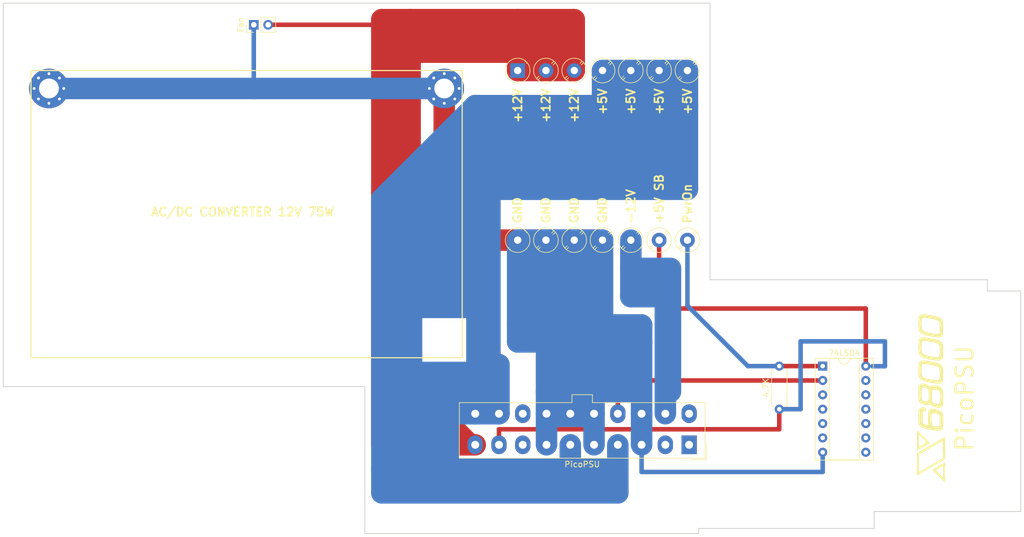
<source format=kicad_pcb>
(kicad_pcb (version 20171130) (host pcbnew "(5.0.0-3-g5ebb6b6)")

  (general
    (thickness 1.6)
    (drawings 34)
    (tracks 119)
    (zones 0)
    (modules 15)
    (nets 1)
  )

  (page A4)
  (layers
    (0 F.Cu signal)
    (31 B.Cu signal)
    (32 B.Adhes user)
    (33 F.Adhes user)
    (34 B.Paste user)
    (35 F.Paste user)
    (36 B.SilkS user)
    (37 F.SilkS user)
    (38 B.Mask user)
    (39 F.Mask user)
    (40 Dwgs.User user)
    (41 Cmts.User user)
    (42 Eco1.User user)
    (43 Eco2.User user)
    (44 Edge.Cuts user)
    (45 Margin user)
    (46 B.CrtYd user)
    (47 F.CrtYd user)
    (48 B.Fab user)
    (49 F.Fab user)
  )

  (setup
    (last_trace_width 0.25)
    (trace_clearance 0.2)
    (zone_clearance 0.508)
    (zone_45_only no)
    (trace_min 0.2)
    (segment_width 0.2)
    (edge_width 0.15)
    (via_size 0.8)
    (via_drill 0.4)
    (via_min_size 0.4)
    (via_min_drill 0.3)
    (uvia_size 0.3)
    (uvia_drill 0.1)
    (uvias_allowed no)
    (uvia_min_size 0.2)
    (uvia_min_drill 0.1)
    (pcb_text_width 0.3)
    (pcb_text_size 1.5 1.5)
    (mod_edge_width 0.15)
    (mod_text_size 1 1)
    (mod_text_width 0.15)
    (pad_size 1.524 1.524)
    (pad_drill 0.762)
    (pad_to_mask_clearance 0.2)
    (aux_axis_origin 0 0)
    (visible_elements FFFFFF7F)
    (pcbplotparams
      (layerselection 0x010ec_ffffffff)
      (usegerberextensions true)
      (usegerberattributes false)
      (usegerberadvancedattributes false)
      (creategerberjobfile false)
      (excludeedgelayer true)
      (linewidth 0.150000)
      (plotframeref false)
      (viasonmask false)
      (mode 1)
      (useauxorigin false)
      (hpglpennumber 1)
      (hpglpenspeed 20)
      (hpglpendiameter 15.000000)
      (psnegative false)
      (psa4output false)
      (plotreference true)
      (plotvalue true)
      (plotinvisibletext false)
      (padsonsilk false)
      (subtractmaskfromsilk false)
      (outputformat 1)
      (mirror false)
      (drillshape 0)
      (scaleselection 1)
      (outputdirectory "../../../Desktop/untitled folder/"))
  )

  (net 0 "")

  (net_class Default "This is the default net class."
    (clearance 0.2)
    (trace_width 0.25)
    (via_dia 0.8)
    (via_drill 0.4)
    (uvia_dia 0.3)
    (uvia_drill 0.1)
  )

  (module MountingHole:MountingHole_2.7mm (layer F.Cu) (tedit 5BB664A1) (tstamp 5BCE5A70)
    (at 233.5 126)
    (descr "Mounting Hole 2.7mm, no annular")
    (tags "mounting hole 2.7mm no annular")
    (attr virtual)
    (fp_text reference REF** (at 0 -3.7) (layer F.SilkS) hide
      (effects (font (size 1 1) (thickness 0.15)))
    )
    (fp_text value MountingHole_2.7mm (at 0 3.7) (layer F.Fab) hide
      (effects (font (size 1 1) (thickness 0.15)))
    )
    (fp_text user %R (at 0.3 0) (layer F.Fab) hide
      (effects (font (size 1 1) (thickness 0.15)))
    )
    (fp_circle (center 0 0) (end 2.7 0) (layer Cmts.User) (width 0.15))
    (fp_circle (center 0 0) (end 2.95 0) (layer F.CrtYd) (width 0.05))
    (pad 1 np_thru_hole circle (at 0 0) (size 2.7 2.7) (drill 2.7) (layers *.Cu *.Mask))
  )

  (module MountingHole:MountingHole_2.7mm (layer F.Cu) (tedit 5BB664A1) (tstamp 5BCE5A70)
    (at 58.5 52.5)
    (descr "Mounting Hole 2.7mm, no annular")
    (tags "mounting hole 2.7mm no annular")
    (attr virtual)
    (fp_text reference REF** (at 0 -3.7) (layer F.SilkS) hide
      (effects (font (size 1 1) (thickness 0.15)))
    )
    (fp_text value MountingHole_2.7mm (at 0 3.7) (layer F.Fab) hide
      (effects (font (size 1 1) (thickness 0.15)))
    )
    (fp_text user %R (at 0.3 0) (layer F.Fab) hide
      (effects (font (size 1 1) (thickness 0.15)))
    )
    (fp_circle (center 0 0) (end 2.7 0) (layer Cmts.User) (width 0.15))
    (fp_circle (center 0 0) (end 2.95 0) (layer F.CrtYd) (width 0.05))
    (pad 1 np_thru_hole circle (at 0 0) (size 2.7 2.7) (drill 2.7) (layers *.Cu *.Mask))
  )

  (module MountingHole:MountingHole_3.5mm_Pad_Via (layer F.Cu) (tedit 5BC94A51) (tstamp 5BD57A10)
    (at 134.025 65.175)
    (descr "Mounting Hole 3.5mm")
    (tags "mounting hole 3.5mm")
    (attr virtual)
    (fp_text reference REF** (at 0 -4.5) (layer F.SilkS) hide
      (effects (font (size 1 1) (thickness 0.15)))
    )
    (fp_text value MountingHole_3.5mm_Pad_Via (at 0 4.5) (layer F.Fab) hide
      (effects (font (size 1 1) (thickness 0.15)))
    )
    (fp_text user %R (at 0.3 0) (layer F.Fab)
      (effects (font (size 1 1) (thickness 0.15)))
    )
    (fp_circle (center 0 0) (end 3.5 0) (layer Cmts.User) (width 0.15))
    (fp_circle (center 0 0) (end 3.75 0) (layer F.CrtYd) (width 0.05))
    (pad 1 thru_hole circle (at 0 0) (size 7 7) (drill 3.5) (layers *.Cu *.Mask))
    (pad 1 thru_hole circle (at 2.625 0) (size 0.8 0.8) (drill 0.5) (layers *.Cu *.Mask))
    (pad 1 thru_hole circle (at 1.856155 1.856155) (size 0.8 0.8) (drill 0.5) (layers *.Cu *.Mask))
    (pad 1 thru_hole circle (at 0 2.625) (size 0.8 0.8) (drill 0.5) (layers *.Cu *.Mask))
    (pad 1 thru_hole circle (at -1.856155 1.856155) (size 0.8 0.8) (drill 0.5) (layers *.Cu *.Mask))
    (pad 1 thru_hole circle (at -2.625 0) (size 0.8 0.8) (drill 0.5) (layers *.Cu *.Mask))
    (pad 1 thru_hole circle (at -1.856155 -1.856155) (size 0.8 0.8) (drill 0.5) (layers *.Cu *.Mask))
    (pad 1 thru_hole circle (at 0 -2.625) (size 0.8 0.8) (drill 0.5) (layers *.Cu *.Mask))
    (pad 1 thru_hole circle (at 1.856155 -1.856155) (size 0.8 0.8) (drill 0.5) (layers *.Cu *.Mask))
  )

  (module MountingHole:MountingHole_3.5mm (layer F.Cu) (tedit 5BC948E8) (tstamp 5BD57685)
    (at 134.025 109.625)
    (descr "Mounting Hole 3.5mm, no annular")
    (tags "mounting hole 3.5mm no annular")
    (attr virtual)
    (fp_text reference REF** (at 0 -4.5) (layer F.SilkS) hide
      (effects (font (size 1 1) (thickness 0.15)))
    )
    (fp_text value MountingHole_3.5mm (at 0 4.5) (layer F.Fab) hide
      (effects (font (size 1 1) (thickness 0.15)))
    )
    (fp_text user %R (at 0.3 0) (layer F.Fab)
      (effects (font (size 1 1) (thickness 0.15)))
    )
    (fp_circle (center 0 0) (end 3.5 0) (layer Cmts.User) (width 0.15))
    (fp_circle (center 0 0) (end 3.75 0) (layer F.CrtYd) (width 0.05))
    (pad 1 np_thru_hole circle (at 0 0) (size 3.5 3.5) (drill 3.5) (layers *.Cu *.Mask))
  )

  (module TerminalBlock_Phoenix:TerminalBlock_Phoenix_PT-1,5-7-5.0-H_1x07_P5.00mm_Matt (layer F.Cu) (tedit 5BB2E068) (tstamp 5BD44F4E)
    (at 147 92)
    (descr "Terminal Block Phoenix PT-1,5-7-5.0-H, 7 pins, pitch 5mm, size 35x9mm^2, drill diamater 1.3mm, pad diameter 2.6mm, see http://www.mouser.com/ds/2/324/ItemDetail_1935161-922578.pdf, script-generated using https://github.com/pointhi/kicad-footprint-generator/scripts/TerminalBlock_Phoenix")
    (tags "THT Terminal Block Phoenix PT-1,5-7-5.0-H pitch 5mm size 35x9mm^2 drill 1.3mm pad 2.6mm")
    (fp_text reference REF** (at 15 -5.06) (layer F.SilkS) hide
      (effects (font (size 1 1) (thickness 0.15)))
    )
    (fp_text value TerminalBlock_Phoenix_PT-1,5-7-5.0-H_1x07_P5.00mm_Matt (at 15 5.06) (layer B.Fab) hide
      (effects (font (size 1 1) (thickness 0.15)) (justify mirror))
    )
    (fp_text user %R (at 15 2.9) (layer F.Fab) hide
      (effects (font (size 1 1) (thickness 0.15)))
    )
    (fp_line (start 33 -4.5) (end -3 -4.5) (layer F.CrtYd) (width 0.05))
    (fp_line (start 33 4.5) (end 33 -4.5) (layer F.CrtYd) (width 0.05))
    (fp_line (start -3 4.5) (end 33 4.5) (layer F.CrtYd) (width 0.05))
    (fp_line (start -3 -4.5) (end -3 4.5) (layer F.CrtYd) (width 0.05))
    (fp_line (start 28.742 0.992) (end 28.347 1.388) (layer F.SilkS) (width 0.12))
    (fp_line (start 31.388 -1.654) (end 31.008 -1.274) (layer F.SilkS) (width 0.12))
    (fp_line (start 28.993 1.274) (end 28.613 1.654) (layer F.SilkS) (width 0.12))
    (fp_line (start 31.654 -1.388) (end 31.259 -0.992) (layer F.SilkS) (width 0.12))
    (fp_line (start 31.273 -1.517) (end 28.484 1.273) (layer F.Fab) (width 0.1))
    (fp_line (start 31.517 -1.273) (end 28.728 1.517) (layer F.Fab) (width 0.1))
    (fp_line (start 23.742 0.992) (end 23.347 1.388) (layer F.SilkS) (width 0.12))
    (fp_line (start 26.388 -1.654) (end 26.008 -1.274) (layer F.SilkS) (width 0.12))
    (fp_line (start 23.993 1.274) (end 23.613 1.654) (layer F.SilkS) (width 0.12))
    (fp_line (start 26.654 -1.388) (end 26.259 -0.992) (layer F.SilkS) (width 0.12))
    (fp_line (start 26.273 -1.517) (end 23.484 1.273) (layer F.Fab) (width 0.1))
    (fp_line (start 26.517 -1.273) (end 23.728 1.517) (layer F.Fab) (width 0.1))
    (fp_line (start 18.742 0.992) (end 18.347 1.388) (layer F.SilkS) (width 0.12))
    (fp_line (start 21.388 -1.654) (end 21.008 -1.274) (layer F.SilkS) (width 0.12))
    (fp_line (start 18.993 1.274) (end 18.613 1.654) (layer F.SilkS) (width 0.12))
    (fp_line (start 21.654 -1.388) (end 21.259 -0.992) (layer F.SilkS) (width 0.12))
    (fp_line (start 21.273 -1.517) (end 18.484 1.273) (layer F.Fab) (width 0.1))
    (fp_line (start 21.517 -1.273) (end 18.728 1.517) (layer F.Fab) (width 0.1))
    (fp_line (start 13.742 0.992) (end 13.347 1.388) (layer F.SilkS) (width 0.12))
    (fp_line (start 16.388 -1.654) (end 16.008 -1.274) (layer F.SilkS) (width 0.12))
    (fp_line (start 13.993 1.274) (end 13.613 1.654) (layer F.SilkS) (width 0.12))
    (fp_line (start 16.654 -1.388) (end 16.259 -0.992) (layer F.SilkS) (width 0.12))
    (fp_line (start 16.273 -1.517) (end 13.484 1.273) (layer F.Fab) (width 0.1))
    (fp_line (start 16.517 -1.273) (end 13.728 1.517) (layer F.Fab) (width 0.1))
    (fp_line (start 8.742 0.992) (end 8.347 1.388) (layer F.SilkS) (width 0.12))
    (fp_line (start 11.388 -1.654) (end 11.008 -1.274) (layer F.SilkS) (width 0.12))
    (fp_line (start 8.993 1.274) (end 8.613 1.654) (layer F.SilkS) (width 0.12))
    (fp_line (start 11.654 -1.388) (end 11.259 -0.992) (layer F.SilkS) (width 0.12))
    (fp_line (start 11.273 -1.517) (end 8.484 1.273) (layer F.Fab) (width 0.1))
    (fp_line (start 11.517 -1.273) (end 8.728 1.517) (layer F.Fab) (width 0.1))
    (fp_line (start 3.742 0.992) (end 3.347 1.388) (layer F.SilkS) (width 0.12))
    (fp_line (start 6.388 -1.654) (end 6.008 -1.274) (layer F.SilkS) (width 0.12))
    (fp_line (start 3.993 1.274) (end 3.613 1.654) (layer F.SilkS) (width 0.12))
    (fp_line (start 6.654 -1.388) (end 6.259 -0.992) (layer F.SilkS) (width 0.12))
    (fp_line (start 6.273 -1.517) (end 3.484 1.273) (layer F.Fab) (width 0.1))
    (fp_line (start 6.517 -1.273) (end 3.728 1.517) (layer F.Fab) (width 0.1))
    (fp_line (start -1.548 1.281) (end -1.654 1.388) (layer F.SilkS) (width 0.12))
    (fp_line (start 1.388 -1.654) (end 1.281 -1.547) (layer F.SilkS) (width 0.12))
    (fp_line (start -1.282 1.547) (end -1.388 1.654) (layer F.SilkS) (width 0.12))
    (fp_line (start 1.654 -1.388) (end 1.547 -1.281) (layer F.SilkS) (width 0.12))
    (fp_line (start 1.273 -1.517) (end -1.517 1.273) (layer F.Fab) (width 0.1))
    (fp_line (start 1.517 -1.273) (end -1.273 1.517) (layer F.Fab) (width 0.1))
    (fp_circle (center 30 0) (end 32.18 0) (layer F.SilkS) (width 0.12))
    (fp_circle (center 30 0) (end 32 0) (layer F.Fab) (width 0.1))
    (fp_circle (center 25 0) (end 27.18 0) (layer F.SilkS) (width 0.12))
    (fp_circle (center 25 0) (end 27 0) (layer F.Fab) (width 0.1))
    (fp_circle (center 20 0) (end 22.18 0) (layer F.SilkS) (width 0.12))
    (fp_circle (center 20 0) (end 22 0) (layer F.Fab) (width 0.1))
    (fp_circle (center 15 0) (end 17.18 0) (layer F.SilkS) (width 0.12))
    (fp_circle (center 15 0) (end 17 0) (layer F.Fab) (width 0.1))
    (fp_circle (center 10 0) (end 12.18 0) (layer F.SilkS) (width 0.12))
    (fp_circle (center 10 0) (end 12 0) (layer F.Fab) (width 0.1))
    (fp_circle (center 5 0) (end 7.18 0) (layer F.SilkS) (width 0.12))
    (fp_circle (center 5 0) (end 7 0) (layer F.Fab) (width 0.1))
    (fp_circle (center 0 0) (end 2.18 0) (layer F.SilkS) (width 0.12))
    (fp_circle (center 0 0) (end 2 0) (layer F.Fab) (width 0.1))
    (pad 7 thru_hole circle (at 30 0) (size 2.6 2.6) (drill 1.3) (layers *.Cu *.Mask))
    (pad 6 thru_hole circle (at 25 0) (size 2.6 2.6) (drill 1.3) (layers *.Cu *.Mask))
    (pad 5 thru_hole circle (at 20 0) (size 2.6 2.6) (drill 1.3) (layers *.Cu *.Mask))
    (pad 4 thru_hole circle (at 15 0) (size 2.6 2.6) (drill 1.3) (layers *.Cu *.Mask))
    (pad 3 thru_hole circle (at 10 0) (size 2.6 2.6) (drill 1.3) (layers *.Cu *.Mask))
    (pad 2 thru_hole circle (at 5 0) (size 2.6 2.6) (drill 1.3) (layers *.Cu *.Mask))
    (pad 1 thru_hole rect (at 0 0) (size 2.6 2.6) (drill 1.3) (layers *.Cu *.Mask))
    (model ${KISYS3DMOD}/TerminalBlock_Phoenix.3dshapes/TerminalBlock_Phoenix_PT-1,5-7-5.0-H_1x07_P5.00mm_Horizontal.wrl
      (at (xyz 0 0 0))
      (scale (xyz 1 1 1))
      (rotate (xyz 0 0 0))
    )
  )

  (module MountingHole:MountingHole_2.7mm (layer F.Cu) (tedit 5BB664A1) (tstamp 5BC28A7D)
    (at 124 141.5)
    (descr "Mounting Hole 2.7mm, no annular")
    (tags "mounting hole 2.7mm no annular")
    (attr virtual)
    (fp_text reference REF** (at 0 -3.7) (layer F.SilkS) hide
      (effects (font (size 1 1) (thickness 0.15)))
    )
    (fp_text value MountingHole_2.7mm (at 0 3.7) (layer F.Fab) hide
      (effects (font (size 1 1) (thickness 0.15)))
    )
    (fp_circle (center 0 0) (end 2.95 0) (layer F.CrtYd) (width 0.05))
    (fp_circle (center 0 0) (end 2.7 0) (layer Cmts.User) (width 0.15))
    (fp_text user %R (at 0.3 0) (layer F.Fab) hide
      (effects (font (size 1 1) (thickness 0.15)))
    )
    (pad 1 np_thru_hole circle (at 0 0) (size 2.7 2.7) (drill 2.7) (layers *.Cu *.Mask))
  )

  (module Connector_Molex:Molex_Mini-Fit_Jr_5566-20A_2x10_P4.20mm_Vertical (layer F.Cu) (tedit 5BB2D405) (tstamp 5BBEFB1B)
    (at 177.3 128.2 180)
    (descr "Molex Mini-Fit Jr. Power Connectors, old mpn/engineering number: 5566-20A, example for new mpn: 39-28-x20x, 10 Pins per row, Mounting:  (http://www.molex.com/pdm_docs/sd/039281043_sd.pdf), generated with kicad-footprint-generator")
    (tags "connector Molex Mini-Fit_Jr side entry")
    (fp_text reference PicoPSU (at 18.9 -3.45 180) (layer F.SilkS)
      (effects (font (size 1 1) (thickness 0.15)))
    )
    (fp_text value Molex_Mini-Fit_Jr_5566-20A_2x10_P4.20mm_Vertical (at 18.9 9.95 180) (layer F.Fab) hide
      (effects (font (size 1 1) (thickness 0.15)))
    )
    (fp_text user %R (at 18.9 -1.55 180) (layer F.Fab)
      (effects (font (size 1 1) (thickness 0.15)))
    )
    (fp_line (start 41 -2.75) (end -3.2 -2.75) (layer F.CrtYd) (width 0.05))
    (fp_line (start 41 9.25) (end 41 -2.75) (layer F.CrtYd) (width 0.05))
    (fp_line (start -3.2 9.25) (end 41 9.25) (layer F.CrtYd) (width 0.05))
    (fp_line (start -3.2 -2.75) (end -3.2 9.25) (layer F.CrtYd) (width 0.05))
    (fp_line (start -3.05 -2.6) (end -3.05 0.25) (layer F.Fab) (width 0.1))
    (fp_line (start -0.2 -2.6) (end -3.05 -2.6) (layer F.Fab) (width 0.1))
    (fp_line (start -3.05 -2.6) (end -3.05 0.25) (layer F.SilkS) (width 0.12))
    (fp_line (start -0.2 -2.6) (end -3.05 -2.6) (layer F.SilkS) (width 0.12))
    (fp_line (start 20.71 8.86) (end 18.9 8.86) (layer F.SilkS) (width 0.12))
    (fp_line (start 20.71 7.46) (end 20.71 8.86) (layer F.SilkS) (width 0.12))
    (fp_line (start 40.61 7.46) (end 20.71 7.46) (layer F.SilkS) (width 0.12))
    (fp_line (start 40.61 -2.36) (end 40.61 7.46) (layer F.SilkS) (width 0.12))
    (fp_line (start 18.9 -2.36) (end 40.61 -2.36) (layer F.SilkS) (width 0.12))
    (fp_line (start 17.09 8.86) (end 18.9 8.86) (layer F.SilkS) (width 0.12))
    (fp_line (start 17.09 7.46) (end 17.09 8.86) (layer F.SilkS) (width 0.12))
    (fp_line (start -2.81 7.46) (end 17.09 7.46) (layer F.SilkS) (width 0.12))
    (fp_line (start -2.81 -2.36) (end -2.81 7.46) (layer F.SilkS) (width 0.12))
    (fp_line (start 18.9 -2.36) (end -2.81 -2.36) (layer F.SilkS) (width 0.12))
    (fp_line (start 39.45 2.3) (end 36.15 2.3) (layer F.Fab) (width 0.1))
    (fp_line (start 39.45 -0.175) (end 39.45 2.3) (layer F.Fab) (width 0.1))
    (fp_line (start 38.625 -1) (end 39.45 -0.175) (layer F.Fab) (width 0.1))
    (fp_line (start 36.975 -1) (end 38.625 -1) (layer F.Fab) (width 0.1))
    (fp_line (start 36.15 -0.175) (end 36.975 -1) (layer F.Fab) (width 0.1))
    (fp_line (start 36.15 2.3) (end 36.15 -0.175) (layer F.Fab) (width 0.1))
    (fp_line (start 39.45 3.2) (end 36.15 3.2) (layer F.Fab) (width 0.1))
    (fp_line (start 39.45 6.5) (end 39.45 3.2) (layer F.Fab) (width 0.1))
    (fp_line (start 36.15 6.5) (end 39.45 6.5) (layer F.Fab) (width 0.1))
    (fp_line (start 36.15 3.2) (end 36.15 6.5) (layer F.Fab) (width 0.1))
    (fp_line (start 35.25 6.5) (end 31.95 6.5) (layer F.Fab) (width 0.1))
    (fp_line (start 35.25 4.025) (end 35.25 6.5) (layer F.Fab) (width 0.1))
    (fp_line (start 34.425 3.2) (end 35.25 4.025) (layer F.Fab) (width 0.1))
    (fp_line (start 32.775 3.2) (end 34.425 3.2) (layer F.Fab) (width 0.1))
    (fp_line (start 31.95 4.025) (end 32.775 3.2) (layer F.Fab) (width 0.1))
    (fp_line (start 31.95 6.5) (end 31.95 4.025) (layer F.Fab) (width 0.1))
    (fp_line (start 35.25 -1) (end 31.95 -1) (layer F.Fab) (width 0.1))
    (fp_line (start 35.25 2.3) (end 35.25 -1) (layer F.Fab) (width 0.1))
    (fp_line (start 31.95 2.3) (end 35.25 2.3) (layer F.Fab) (width 0.1))
    (fp_line (start 31.95 -1) (end 31.95 2.3) (layer F.Fab) (width 0.1))
    (fp_line (start 31.05 6.5) (end 27.75 6.5) (layer F.Fab) (width 0.1))
    (fp_line (start 31.05 4.025) (end 31.05 6.5) (layer F.Fab) (width 0.1))
    (fp_line (start 30.225 3.2) (end 31.05 4.025) (layer F.Fab) (width 0.1))
    (fp_line (start 28.575 3.2) (end 30.225 3.2) (layer F.Fab) (width 0.1))
    (fp_line (start 27.75 4.025) (end 28.575 3.2) (layer F.Fab) (width 0.1))
    (fp_line (start 27.75 6.5) (end 27.75 4.025) (layer F.Fab) (width 0.1))
    (fp_line (start 31.05 -1) (end 27.75 -1) (layer F.Fab) (width 0.1))
    (fp_line (start 31.05 2.3) (end 31.05 -1) (layer F.Fab) (width 0.1))
    (fp_line (start 27.75 2.3) (end 31.05 2.3) (layer F.Fab) (width 0.1))
    (fp_line (start 27.75 -1) (end 27.75 2.3) (layer F.Fab) (width 0.1))
    (fp_line (start 26.85 2.3) (end 23.55 2.3) (layer F.Fab) (width 0.1))
    (fp_line (start 26.85 -0.175) (end 26.85 2.3) (layer F.Fab) (width 0.1))
    (fp_line (start 26.025 -1) (end 26.85 -0.175) (layer F.Fab) (width 0.1))
    (fp_line (start 24.375 -1) (end 26.025 -1) (layer F.Fab) (width 0.1))
    (fp_line (start 23.55 -0.175) (end 24.375 -1) (layer F.Fab) (width 0.1))
    (fp_line (start 23.55 2.3) (end 23.55 -0.175) (layer F.Fab) (width 0.1))
    (fp_line (start 26.85 3.2) (end 23.55 3.2) (layer F.Fab) (width 0.1))
    (fp_line (start 26.85 6.5) (end 26.85 3.2) (layer F.Fab) (width 0.1))
    (fp_line (start 23.55 6.5) (end 26.85 6.5) (layer F.Fab) (width 0.1))
    (fp_line (start 23.55 3.2) (end 23.55 6.5) (layer F.Fab) (width 0.1))
    (fp_line (start 22.65 2.3) (end 19.35 2.3) (layer F.Fab) (width 0.1))
    (fp_line (start 22.65 -0.175) (end 22.65 2.3) (layer F.Fab) (width 0.1))
    (fp_line (start 21.825 -1) (end 22.65 -0.175) (layer F.Fab) (width 0.1))
    (fp_line (start 20.175 -1) (end 21.825 -1) (layer F.Fab) (width 0.1))
    (fp_line (start 19.35 -0.175) (end 20.175 -1) (layer F.Fab) (width 0.1))
    (fp_line (start 19.35 2.3) (end 19.35 -0.175) (layer F.Fab) (width 0.1))
    (fp_line (start 22.65 3.2) (end 19.35 3.2) (layer F.Fab) (width 0.1))
    (fp_line (start 22.65 6.5) (end 22.65 3.2) (layer F.Fab) (width 0.1))
    (fp_line (start 19.35 6.5) (end 22.65 6.5) (layer F.Fab) (width 0.1))
    (fp_line (start 19.35 3.2) (end 19.35 6.5) (layer F.Fab) (width 0.1))
    (fp_line (start 18.45 6.5) (end 15.15 6.5) (layer F.Fab) (width 0.1))
    (fp_line (start 18.45 4.025) (end 18.45 6.5) (layer F.Fab) (width 0.1))
    (fp_line (start 17.625 3.2) (end 18.45 4.025) (layer F.Fab) (width 0.1))
    (fp_line (start 15.975 3.2) (end 17.625 3.2) (layer F.Fab) (width 0.1))
    (fp_line (start 15.15 4.025) (end 15.975 3.2) (layer F.Fab) (width 0.1))
    (fp_line (start 15.15 6.5) (end 15.15 4.025) (layer F.Fab) (width 0.1))
    (fp_line (start 18.45 -1) (end 15.15 -1) (layer F.Fab) (width 0.1))
    (fp_line (start 18.45 2.3) (end 18.45 -1) (layer F.Fab) (width 0.1))
    (fp_line (start 15.15 2.3) (end 18.45 2.3) (layer F.Fab) (width 0.1))
    (fp_line (start 15.15 -1) (end 15.15 2.3) (layer F.Fab) (width 0.1))
    (fp_line (start 14.25 6.5) (end 10.95 6.5) (layer F.Fab) (width 0.1))
    (fp_line (start 14.25 4.025) (end 14.25 6.5) (layer F.Fab) (width 0.1))
    (fp_line (start 13.425 3.2) (end 14.25 4.025) (layer F.Fab) (width 0.1))
    (fp_line (start 11.775 3.2) (end 13.425 3.2) (layer F.Fab) (width 0.1))
    (fp_line (start 10.95 4.025) (end 11.775 3.2) (layer F.Fab) (width 0.1))
    (fp_line (start 10.95 6.5) (end 10.95 4.025) (layer F.Fab) (width 0.1))
    (fp_line (start 14.25 -1) (end 10.95 -1) (layer F.Fab) (width 0.1))
    (fp_line (start 14.25 2.3) (end 14.25 -1) (layer F.Fab) (width 0.1))
    (fp_line (start 10.95 2.3) (end 14.25 2.3) (layer F.Fab) (width 0.1))
    (fp_line (start 10.95 -1) (end 10.95 2.3) (layer F.Fab) (width 0.1))
    (fp_line (start 10.05 2.3) (end 6.75 2.3) (layer F.Fab) (width 0.1))
    (fp_line (start 10.05 -0.175) (end 10.05 2.3) (layer F.Fab) (width 0.1))
    (fp_line (start 9.225 -1) (end 10.05 -0.175) (layer F.Fab) (width 0.1))
    (fp_line (start 7.575 -1) (end 9.225 -1) (layer F.Fab) (width 0.1))
    (fp_line (start 6.75 -0.175) (end 7.575 -1) (layer F.Fab) (width 0.1))
    (fp_line (start 6.75 2.3) (end 6.75 -0.175) (layer F.Fab) (width 0.1))
    (fp_line (start 10.05 3.2) (end 6.75 3.2) (layer F.Fab) (width 0.1))
    (fp_line (start 10.05 6.5) (end 10.05 3.2) (layer F.Fab) (width 0.1))
    (fp_line (start 6.75 6.5) (end 10.05 6.5) (layer F.Fab) (width 0.1))
    (fp_line (start 6.75 3.2) (end 6.75 6.5) (layer F.Fab) (width 0.1))
    (fp_line (start 5.85 2.3) (end 2.55 2.3) (layer F.Fab) (width 0.1))
    (fp_line (start 5.85 -0.175) (end 5.85 2.3) (layer F.Fab) (width 0.1))
    (fp_line (start 5.025 -1) (end 5.85 -0.175) (layer F.Fab) (width 0.1))
    (fp_line (start 3.375 -1) (end 5.025 -1) (layer F.Fab) (width 0.1))
    (fp_line (start 2.55 -0.175) (end 3.375 -1) (layer F.Fab) (width 0.1))
    (fp_line (start 2.55 2.3) (end 2.55 -0.175) (layer F.Fab) (width 0.1))
    (fp_line (start 5.85 3.2) (end 2.55 3.2) (layer F.Fab) (width 0.1))
    (fp_line (start 5.85 6.5) (end 5.85 3.2) (layer F.Fab) (width 0.1))
    (fp_line (start 2.55 6.5) (end 5.85 6.5) (layer F.Fab) (width 0.1))
    (fp_line (start 2.55 3.2) (end 2.55 6.5) (layer F.Fab) (width 0.1))
    (fp_line (start 1.65 6.5) (end -1.65 6.5) (layer F.Fab) (width 0.1))
    (fp_line (start 1.65 4.025) (end 1.65 6.5) (layer F.Fab) (width 0.1))
    (fp_line (start 0.825 3.2) (end 1.65 4.025) (layer F.Fab) (width 0.1))
    (fp_line (start -0.825 3.2) (end 0.825 3.2) (layer F.Fab) (width 0.1))
    (fp_line (start -1.65 4.025) (end -0.825 3.2) (layer F.Fab) (width 0.1))
    (fp_line (start -1.65 6.5) (end -1.65 4.025) (layer F.Fab) (width 0.1))
    (fp_line (start 1.65 -1) (end -1.65 -1) (layer F.Fab) (width 0.1))
    (fp_line (start 1.65 2.3) (end 1.65 -1) (layer F.Fab) (width 0.1))
    (fp_line (start -1.65 2.3) (end 1.65 2.3) (layer F.Fab) (width 0.1))
    (fp_line (start -1.65 -1) (end -1.65 2.3) (layer F.Fab) (width 0.1))
    (fp_line (start 20.6 8.75) (end 20.6 7.35) (layer F.Fab) (width 0.1))
    (fp_line (start 17.2 8.75) (end 20.6 8.75) (layer F.Fab) (width 0.1))
    (fp_line (start 17.2 7.35) (end 17.2 8.75) (layer F.Fab) (width 0.1))
    (fp_line (start 40.5 -2.25) (end -2.7 -2.25) (layer F.Fab) (width 0.1))
    (fp_line (start 40.5 7.35) (end 40.5 -2.25) (layer F.Fab) (width 0.1))
    (fp_line (start -2.7 7.35) (end 40.5 7.35) (layer F.Fab) (width 0.1))
    (fp_line (start -2.7 -2.25) (end -2.7 7.35) (layer F.Fab) (width 0.1))
    (pad 20 thru_hole oval (at 37.8 5.5 180) (size 2.7 3.3) (drill 1.4) (layers *.Cu *.Mask))
    (pad 19 thru_hole oval (at 33.6 5.5 180) (size 2.7 3.3) (drill 1.4) (layers *.Cu *.Mask))
    (pad 18 thru_hole oval (at 29.4 5.5 180) (size 2.7 3.3) (drill 1.4) (layers *.Cu *.Mask))
    (pad 17 thru_hole oval (at 25.2 5.5 180) (size 2.7 3.3) (drill 1.4) (layers *.Cu *.Mask))
    (pad 16 thru_hole oval (at 21 5.5 180) (size 2.7 3.3) (drill 1.4) (layers *.Cu *.Mask))
    (pad 15 thru_hole oval (at 16.8 5.5 180) (size 2.7 3.3) (drill 1.4) (layers *.Cu *.Mask))
    (pad 14 thru_hole oval (at 12.6 5.5 180) (size 2.7 3.3) (drill 1.4) (layers *.Cu *.Mask))
    (pad 13 thru_hole oval (at 8.4 5.5 180) (size 2.7 3.3) (drill 1.4) (layers *.Cu *.Mask))
    (pad 12 thru_hole oval (at 4.2 5.5 180) (size 2.7 3.3) (drill 1.4) (layers *.Cu *.Mask))
    (pad 11 thru_hole oval (at 0 5.5 180) (size 2.7 3.3) (drill 1.4) (layers *.Cu *.Mask))
    (pad 10 thru_hole oval (at 37.8 0 180) (size 2.7 3.3) (drill 1.4) (layers *.Cu *.Mask))
    (pad 9 thru_hole oval (at 33.6 0 180) (size 2.7 3.3) (drill 1.4) (layers *.Cu *.Mask))
    (pad 8 thru_hole oval (at 29.4 0 180) (size 2.7 3.3) (drill 1.4) (layers *.Cu *.Mask))
    (pad 7 thru_hole oval (at 25.2 0 180) (size 2.7 3.3) (drill 1.4) (layers *.Cu *.Mask))
    (pad 6 thru_hole oval (at 21 0 180) (size 2.7 3.3) (drill 1.4) (layers *.Cu *.Mask))
    (pad 5 thru_hole oval (at 16.8 0 180) (size 2.7 3.3) (drill 1.4) (layers *.Cu *.Mask))
    (pad 4 thru_hole oval (at 12.6 0 180) (size 2.7 3.3) (drill 1.4) (layers *.Cu *.Mask))
    (pad 3 thru_hole oval (at 8.4 0 180) (size 2.7 3.3) (drill 1.4) (layers *.Cu *.Mask))
    (pad 2 thru_hole oval (at 4.2 0 180) (size 2.7 3.3) (drill 1.4) (layers *.Cu *.Mask))
    (pad 1 thru_hole rect (at 0 0 180) (size 2.7 3.3) (drill 1.4) (layers *.Cu *.Mask))
    (model ${KISYS3DMOD}/Connector_Molex.3dshapes/Molex_Mini-Fit_Jr_5566-20A_2x10_P4.20mm_Vertical.wrl
      (at (xyz 0 0 0))
      (scale (xyz 1 1 1))
      (rotate (xyz 0 0 0))
    )
  )

  (module Package_DIP:DIP-14_W7.62mm_Socket (layer F.Cu) (tedit 5BB2D3FA) (tstamp 5BBF0D27)
    (at 200.9 114.28)
    (descr "14-lead though-hole mounted DIP package, row spacing 7.62 mm (300 mils), Socket")
    (tags "THT DIP DIL PDIP 2.54mm 7.62mm 300mil Socket")
    (fp_text reference 74LS04 (at 3.81 -2.33) (layer F.SilkS)
      (effects (font (size 1 1) (thickness 0.15)))
    )
    (fp_text value DIP-14_W7.62mm_Socket (at 3.81 17.57) (layer F.Fab) hide
      (effects (font (size 1 1) (thickness 0.15)))
    )
    (fp_text user 74LS04 (at 3.81 7.62 -270) (layer F.Fab)
      (effects (font (size 1 1) (thickness 0.15)))
    )
    (fp_line (start 9.15 -1.6) (end -1.55 -1.6) (layer F.CrtYd) (width 0.05))
    (fp_line (start 9.15 16.85) (end 9.15 -1.6) (layer F.CrtYd) (width 0.05))
    (fp_line (start -1.55 16.85) (end 9.15 16.85) (layer F.CrtYd) (width 0.05))
    (fp_line (start -1.55 -1.6) (end -1.55 16.85) (layer F.CrtYd) (width 0.05))
    (fp_line (start 8.95 -1.39) (end -1.33 -1.39) (layer F.SilkS) (width 0.12))
    (fp_line (start 8.95 16.63) (end 8.95 -1.39) (layer F.SilkS) (width 0.12))
    (fp_line (start -1.33 16.63) (end 8.95 16.63) (layer F.SilkS) (width 0.12))
    (fp_line (start -1.33 -1.39) (end -1.33 16.63) (layer F.SilkS) (width 0.12))
    (fp_line (start 6.46 -1.33) (end 4.81 -1.33) (layer F.SilkS) (width 0.12))
    (fp_line (start 6.46 16.57) (end 6.46 -1.33) (layer F.SilkS) (width 0.12))
    (fp_line (start 1.16 16.57) (end 6.46 16.57) (layer F.SilkS) (width 0.12))
    (fp_line (start 1.16 -1.33) (end 1.16 16.57) (layer F.SilkS) (width 0.12))
    (fp_line (start 2.81 -1.33) (end 1.16 -1.33) (layer F.SilkS) (width 0.12))
    (fp_line (start 8.89 -1.33) (end -1.27 -1.33) (layer F.Fab) (width 0.1))
    (fp_line (start 8.89 16.57) (end 8.89 -1.33) (layer F.Fab) (width 0.1))
    (fp_line (start -1.27 16.57) (end 8.89 16.57) (layer F.Fab) (width 0.1))
    (fp_line (start -1.27 -1.33) (end -1.27 16.57) (layer F.Fab) (width 0.1))
    (fp_line (start 0.635 -0.27) (end 1.635 -1.27) (layer F.Fab) (width 0.1))
    (fp_line (start 0.635 16.51) (end 0.635 -0.27) (layer F.Fab) (width 0.1))
    (fp_line (start 6.985 16.51) (end 0.635 16.51) (layer F.Fab) (width 0.1))
    (fp_line (start 6.985 -1.27) (end 6.985 16.51) (layer F.Fab) (width 0.1))
    (fp_line (start 1.635 -1.27) (end 6.985 -1.27) (layer F.Fab) (width 0.1))
    (fp_arc (start 3.81 -1.33) (end 2.81 -1.33) (angle -180) (layer F.SilkS) (width 0.12))
    (pad 14 thru_hole oval (at 7.62 0) (size 1.6 1.6) (drill 0.8) (layers *.Cu *.Mask))
    (pad 7 thru_hole oval (at 0 15.24) (size 1.6 1.6) (drill 0.8) (layers *.Cu *.Mask))
    (pad 13 thru_hole oval (at 7.62 2.54) (size 1.6 1.6) (drill 0.8) (layers *.Cu *.Mask))
    (pad 6 thru_hole oval (at 0 12.7) (size 1.6 1.6) (drill 0.8) (layers *.Cu *.Mask))
    (pad 12 thru_hole oval (at 7.62 5.08) (size 1.6 1.6) (drill 0.8) (layers *.Cu *.Mask))
    (pad 5 thru_hole oval (at 0 10.16) (size 1.6 1.6) (drill 0.8) (layers *.Cu *.Mask))
    (pad 11 thru_hole oval (at 7.62 7.62) (size 1.6 1.6) (drill 0.8) (layers *.Cu *.Mask))
    (pad 4 thru_hole oval (at 0 7.62) (size 1.6 1.6) (drill 0.8) (layers *.Cu *.Mask))
    (pad 10 thru_hole oval (at 7.62 10.16) (size 1.6 1.6) (drill 0.8) (layers *.Cu *.Mask))
    (pad 3 thru_hole oval (at 0 5.08) (size 1.6 1.6) (drill 0.8) (layers *.Cu *.Mask))
    (pad 9 thru_hole oval (at 7.62 12.7) (size 1.6 1.6) (drill 0.8) (layers *.Cu *.Mask))
    (pad 2 thru_hole oval (at 0 2.54) (size 1.6 1.6) (drill 0.8) (layers *.Cu *.Mask))
    (pad 8 thru_hole oval (at 7.62 15.24) (size 1.6 1.6) (drill 0.8) (layers *.Cu *.Mask))
    (pad 1 thru_hole rect (at 0 0) (size 1.6 1.6) (drill 0.8) (layers *.Cu *.Mask))
    (model ${KISYS3DMOD}/Package_DIP.3dshapes/DIP-14_W7.62mm_Socket.wrl
      (at (xyz 0 0 0))
      (scale (xyz 1 1 1))
      (rotate (xyz 0 0 0))
    )
  )

  (module Resistor_THT:R_Axial_DIN0207_L6.3mm_D2.5mm_P7.62mm_Horizontal (layer F.Cu) (tedit 5BB2D778) (tstamp 5BBF1E66)
    (at 193.228734 121.9 90)
    (descr "Resistor, Axial_DIN0207 series, Axial, Horizontal, pin pitch=7.62mm, 0.25W = 1/4W, length*diameter=6.3*2.5mm^2, http://cdn-reichelt.de/documents/datenblatt/B400/1_4W%23YAG.pdf")
    (tags "Resistor Axial_DIN0207 series Axial Horizontal pin pitch 7.62mm 0.25W = 1/4W length 6.3mm diameter 2.5mm")
    (fp_text reference 4.7K (at 3.81 -2.37 90) (layer F.SilkS)
      (effects (font (size 1 1) (thickness 0.15)))
    )
    (fp_text value R_Axial_DIN0207_L6.3mm_D2.5mm_P7.62mm_Horizontal (at 3.81 2.37 90) (layer F.Fab) hide
      (effects (font (size 1 1) (thickness 0.15)))
    )
    (fp_text user %R (at 3.81 0 90) (layer F.Fab)
      (effects (font (size 1 1) (thickness 0.15)))
    )
    (fp_line (start 8.67 -1.5) (end -1.05 -1.5) (layer F.CrtYd) (width 0.05))
    (fp_line (start 8.67 1.5) (end 8.67 -1.5) (layer F.CrtYd) (width 0.05))
    (fp_line (start -1.05 1.5) (end 8.67 1.5) (layer F.CrtYd) (width 0.05))
    (fp_line (start -1.05 -1.5) (end -1.05 1.5) (layer F.CrtYd) (width 0.05))
    (fp_line (start 7.08 1.37) (end 7.08 1.04) (layer F.SilkS) (width 0.12))
    (fp_line (start 0.54 1.37) (end 7.08 1.37) (layer F.SilkS) (width 0.12))
    (fp_line (start 0.54 1.04) (end 0.54 1.37) (layer F.SilkS) (width 0.12))
    (fp_line (start 7.08 -1.37) (end 7.08 -1.04) (layer F.SilkS) (width 0.12))
    (fp_line (start 0.54 -1.37) (end 7.08 -1.37) (layer F.SilkS) (width 0.12))
    (fp_line (start 0.54 -1.04) (end 0.54 -1.37) (layer F.SilkS) (width 0.12))
    (fp_line (start 7.62 0) (end 6.96 0) (layer F.Fab) (width 0.1))
    (fp_line (start 0 0) (end 0.66 0) (layer F.Fab) (width 0.1))
    (fp_line (start 6.96 -1.25) (end 0.66 -1.25) (layer F.Fab) (width 0.1))
    (fp_line (start 6.96 1.25) (end 6.96 -1.25) (layer F.Fab) (width 0.1))
    (fp_line (start 0.66 1.25) (end 6.96 1.25) (layer F.Fab) (width 0.1))
    (fp_line (start 0.66 -1.25) (end 0.66 1.25) (layer F.Fab) (width 0.1))
    (pad 2 thru_hole oval (at 7.62 0 90) (size 1.6 1.6) (drill 0.8) (layers *.Cu *.Mask))
    (pad 1 thru_hole circle (at 0 0 90) (size 1.6 1.6) (drill 0.8) (layers *.Cu *.Mask))
    (model ${KISYS3DMOD}/Resistor_THT.3dshapes/R_Axial_DIN0207_L6.3mm_D2.5mm_P7.62mm_Horizontal.wrl
      (at (xyz 0 0 0))
      (scale (xyz 1 1 1))
      (rotate (xyz 0 0 0))
    )
  )

  (module Connector_PinHeader_2.54mm:PinHeader_1x02_P2.54mm_Vertical (layer F.Cu) (tedit 5BB2D75A) (tstamp 5BBF2C2C)
    (at 100.3681 53.90896 90)
    (descr "Through hole straight pin header, 1x02, 2.54mm pitch, single row")
    (tags "Through hole pin header THT 1x02 2.54mm single row")
    (fp_text reference Fan (at 0 -2.33 90) (layer F.SilkS)
      (effects (font (size 1 1) (thickness 0.15)))
    )
    (fp_text value PinHeader_1x02_P2.54mm_Vertical (at 0 4.87 90) (layer F.Fab) hide
      (effects (font (size 1 1) (thickness 0.15)))
    )
    (fp_text user %R (at 0 1.27 180) (layer F.Fab)
      (effects (font (size 1 1) (thickness 0.15)))
    )
    (fp_line (start 1.8 -1.8) (end -1.8 -1.8) (layer F.CrtYd) (width 0.05))
    (fp_line (start 1.8 4.35) (end 1.8 -1.8) (layer F.CrtYd) (width 0.05))
    (fp_line (start -1.8 4.35) (end 1.8 4.35) (layer F.CrtYd) (width 0.05))
    (fp_line (start -1.8 -1.8) (end -1.8 4.35) (layer F.CrtYd) (width 0.05))
    (fp_line (start -1.33 -1.33) (end 0 -1.33) (layer F.SilkS) (width 0.12))
    (fp_line (start -1.33 0) (end -1.33 -1.33) (layer F.SilkS) (width 0.12))
    (fp_line (start -1.33 1.27) (end 1.33 1.27) (layer F.SilkS) (width 0.12))
    (fp_line (start 1.33 1.27) (end 1.33 3.87) (layer F.SilkS) (width 0.12))
    (fp_line (start -1.33 1.27) (end -1.33 3.87) (layer F.SilkS) (width 0.12))
    (fp_line (start -1.33 3.87) (end 1.33 3.87) (layer F.SilkS) (width 0.12))
    (fp_line (start -1.27 -0.635) (end -0.635 -1.27) (layer F.Fab) (width 0.1))
    (fp_line (start -1.27 3.81) (end -1.27 -0.635) (layer F.Fab) (width 0.1))
    (fp_line (start 1.27 3.81) (end -1.27 3.81) (layer F.Fab) (width 0.1))
    (fp_line (start 1.27 -1.27) (end 1.27 3.81) (layer F.Fab) (width 0.1))
    (fp_line (start -0.635 -1.27) (end 1.27 -1.27) (layer F.Fab) (width 0.1))
    (pad 2 thru_hole oval (at 0 2.54 90) (size 1.7 1.7) (drill 1) (layers *.Cu *.Mask))
    (pad 1 thru_hole rect (at 0 0 90) (size 1.7 1.7) (drill 1) (layers *.Cu *.Mask))
    (model ${KISYS3DMOD}/Connector_PinHeader_2.54mm.3dshapes/PinHeader_1x02_P2.54mm_Vertical.wrl
      (at (xyz 0 0 0))
      (scale (xyz 1 1 1))
      (rotate (xyz 0 0 0))
    )
  )

  (module MountingHole:MountingHole_2.7mm (layer F.Cu) (tedit 5BB664A1) (tstamp 5BC287A8)
    (at 178.5 52.5)
    (descr "Mounting Hole 2.7mm, no annular")
    (tags "mounting hole 2.7mm no annular")
    (attr virtual)
    (fp_text reference REF** (at 0 -3.7) (layer F.SilkS) hide
      (effects (font (size 1 1) (thickness 0.15)))
    )
    (fp_text value MountingHole_2.7mm (at 0 3.7) (layer F.Fab) hide
      (effects (font (size 1 1) (thickness 0.15)))
    )
    (fp_circle (center 0 0) (end 2.95 0) (layer F.CrtYd) (width 0.05))
    (fp_circle (center 0 0) (end 2.7 0) (layer Cmts.User) (width 0.15))
    (fp_text user %R (at 0.3 0) (layer F.Fab) hide
      (effects (font (size 1 1) (thickness 0.15)))
    )
    (pad 1 np_thru_hole circle (at 0 0) (size 2.7 2.7) (drill 2.7) (layers *.Cu *.Mask))
  )

  (module TerminalBlock_Phoenix:TerminalBlock_Phoenix_PT-1,5-7-5.0-H_1x07_P5.00mm_Matt (layer F.Cu) (tedit 5BB2E068) (tstamp 5BD44F4B)
    (at 147 62)
    (descr "Terminal Block Phoenix PT-1,5-7-5.0-H, 7 pins, pitch 5mm, size 35x9mm^2, drill diamater 1.3mm, pad diameter 2.6mm, see http://www.mouser.com/ds/2/324/ItemDetail_1935161-922578.pdf, script-generated using https://github.com/pointhi/kicad-footprint-generator/scripts/TerminalBlock_Phoenix")
    (tags "THT Terminal Block Phoenix PT-1,5-7-5.0-H pitch 5mm size 35x9mm^2 drill 1.3mm pad 2.6mm")
    (fp_text reference REF** (at 15 -5.06) (layer F.SilkS) hide
      (effects (font (size 1 1) (thickness 0.15)))
    )
    (fp_text value TerminalBlock_Phoenix_PT-1,5-7-5.0-H_1x07_P5.00mm_Matt (at 15 5.06) (layer B.Fab) hide
      (effects (font (size 1 1) (thickness 0.15)) (justify mirror))
    )
    (fp_circle (center 0 0) (end 2 0) (layer F.Fab) (width 0.1))
    (fp_circle (center 0 0) (end 2.18 0) (layer F.SilkS) (width 0.12))
    (fp_circle (center 5 0) (end 7 0) (layer F.Fab) (width 0.1))
    (fp_circle (center 5 0) (end 7.18 0) (layer F.SilkS) (width 0.12))
    (fp_circle (center 10 0) (end 12 0) (layer F.Fab) (width 0.1))
    (fp_circle (center 10 0) (end 12.18 0) (layer F.SilkS) (width 0.12))
    (fp_circle (center 15 0) (end 17 0) (layer F.Fab) (width 0.1))
    (fp_circle (center 15 0) (end 17.18 0) (layer F.SilkS) (width 0.12))
    (fp_circle (center 20 0) (end 22 0) (layer F.Fab) (width 0.1))
    (fp_circle (center 20 0) (end 22.18 0) (layer F.SilkS) (width 0.12))
    (fp_circle (center 25 0) (end 27 0) (layer F.Fab) (width 0.1))
    (fp_circle (center 25 0) (end 27.18 0) (layer F.SilkS) (width 0.12))
    (fp_circle (center 30 0) (end 32 0) (layer F.Fab) (width 0.1))
    (fp_circle (center 30 0) (end 32.18 0) (layer F.SilkS) (width 0.12))
    (fp_line (start 1.517 -1.273) (end -1.273 1.517) (layer F.Fab) (width 0.1))
    (fp_line (start 1.273 -1.517) (end -1.517 1.273) (layer F.Fab) (width 0.1))
    (fp_line (start 1.654 -1.388) (end 1.547 -1.281) (layer F.SilkS) (width 0.12))
    (fp_line (start -1.282 1.547) (end -1.388 1.654) (layer F.SilkS) (width 0.12))
    (fp_line (start 1.388 -1.654) (end 1.281 -1.547) (layer F.SilkS) (width 0.12))
    (fp_line (start -1.548 1.281) (end -1.654 1.388) (layer F.SilkS) (width 0.12))
    (fp_line (start 6.517 -1.273) (end 3.728 1.517) (layer F.Fab) (width 0.1))
    (fp_line (start 6.273 -1.517) (end 3.484 1.273) (layer F.Fab) (width 0.1))
    (fp_line (start 6.654 -1.388) (end 6.259 -0.992) (layer F.SilkS) (width 0.12))
    (fp_line (start 3.993 1.274) (end 3.613 1.654) (layer F.SilkS) (width 0.12))
    (fp_line (start 6.388 -1.654) (end 6.008 -1.274) (layer F.SilkS) (width 0.12))
    (fp_line (start 3.742 0.992) (end 3.347 1.388) (layer F.SilkS) (width 0.12))
    (fp_line (start 11.517 -1.273) (end 8.728 1.517) (layer F.Fab) (width 0.1))
    (fp_line (start 11.273 -1.517) (end 8.484 1.273) (layer F.Fab) (width 0.1))
    (fp_line (start 11.654 -1.388) (end 11.259 -0.992) (layer F.SilkS) (width 0.12))
    (fp_line (start 8.993 1.274) (end 8.613 1.654) (layer F.SilkS) (width 0.12))
    (fp_line (start 11.388 -1.654) (end 11.008 -1.274) (layer F.SilkS) (width 0.12))
    (fp_line (start 8.742 0.992) (end 8.347 1.388) (layer F.SilkS) (width 0.12))
    (fp_line (start 16.517 -1.273) (end 13.728 1.517) (layer F.Fab) (width 0.1))
    (fp_line (start 16.273 -1.517) (end 13.484 1.273) (layer F.Fab) (width 0.1))
    (fp_line (start 16.654 -1.388) (end 16.259 -0.992) (layer F.SilkS) (width 0.12))
    (fp_line (start 13.993 1.274) (end 13.613 1.654) (layer F.SilkS) (width 0.12))
    (fp_line (start 16.388 -1.654) (end 16.008 -1.274) (layer F.SilkS) (width 0.12))
    (fp_line (start 13.742 0.992) (end 13.347 1.388) (layer F.SilkS) (width 0.12))
    (fp_line (start 21.517 -1.273) (end 18.728 1.517) (layer F.Fab) (width 0.1))
    (fp_line (start 21.273 -1.517) (end 18.484 1.273) (layer F.Fab) (width 0.1))
    (fp_line (start 21.654 -1.388) (end 21.259 -0.992) (layer F.SilkS) (width 0.12))
    (fp_line (start 18.993 1.274) (end 18.613 1.654) (layer F.SilkS) (width 0.12))
    (fp_line (start 21.388 -1.654) (end 21.008 -1.274) (layer F.SilkS) (width 0.12))
    (fp_line (start 18.742 0.992) (end 18.347 1.388) (layer F.SilkS) (width 0.12))
    (fp_line (start 26.517 -1.273) (end 23.728 1.517) (layer F.Fab) (width 0.1))
    (fp_line (start 26.273 -1.517) (end 23.484 1.273) (layer F.Fab) (width 0.1))
    (fp_line (start 26.654 -1.388) (end 26.259 -0.992) (layer F.SilkS) (width 0.12))
    (fp_line (start 23.993 1.274) (end 23.613 1.654) (layer F.SilkS) (width 0.12))
    (fp_line (start 26.388 -1.654) (end 26.008 -1.274) (layer F.SilkS) (width 0.12))
    (fp_line (start 23.742 0.992) (end 23.347 1.388) (layer F.SilkS) (width 0.12))
    (fp_line (start 31.517 -1.273) (end 28.728 1.517) (layer F.Fab) (width 0.1))
    (fp_line (start 31.273 -1.517) (end 28.484 1.273) (layer F.Fab) (width 0.1))
    (fp_line (start 31.654 -1.388) (end 31.259 -0.992) (layer F.SilkS) (width 0.12))
    (fp_line (start 28.993 1.274) (end 28.613 1.654) (layer F.SilkS) (width 0.12))
    (fp_line (start 31.388 -1.654) (end 31.008 -1.274) (layer F.SilkS) (width 0.12))
    (fp_line (start 28.742 0.992) (end 28.347 1.388) (layer F.SilkS) (width 0.12))
    (fp_line (start -3 -4.5) (end -3 4.5) (layer F.CrtYd) (width 0.05))
    (fp_line (start -3 4.5) (end 33 4.5) (layer F.CrtYd) (width 0.05))
    (fp_line (start 33 4.5) (end 33 -4.5) (layer F.CrtYd) (width 0.05))
    (fp_line (start 33 -4.5) (end -3 -4.5) (layer F.CrtYd) (width 0.05))
    (fp_text user %R (at 15 2.9) (layer F.Fab) hide
      (effects (font (size 1 1) (thickness 0.15)))
    )
    (pad 1 thru_hole rect (at 0 0) (size 2.6 2.6) (drill 1.3) (layers *.Cu *.Mask))
    (pad 2 thru_hole circle (at 5 0) (size 2.6 2.6) (drill 1.3) (layers *.Cu *.Mask))
    (pad 3 thru_hole circle (at 10 0) (size 2.6 2.6) (drill 1.3) (layers *.Cu *.Mask))
    (pad 4 thru_hole circle (at 15 0) (size 2.6 2.6) (drill 1.3) (layers *.Cu *.Mask))
    (pad 5 thru_hole circle (at 20 0) (size 2.6 2.6) (drill 1.3) (layers *.Cu *.Mask))
    (pad 6 thru_hole circle (at 25 0) (size 2.6 2.6) (drill 1.3) (layers *.Cu *.Mask))
    (pad 7 thru_hole circle (at 30 0) (size 2.6 2.6) (drill 1.3) (layers *.Cu *.Mask))
    (model ${KISYS3DMOD}/TerminalBlock_Phoenix.3dshapes/TerminalBlock_Phoenix_PT-1,5-7-5.0-H_1x07_P5.00mm_Horizontal.wrl
      (at (xyz 0 0 0))
      (scale (xyz 1 1 1))
      (rotate (xyz 0 0 0))
    )
  )

  (module MountingHole:MountingHole_3.5mm (layer F.Cu) (tedit 5BC948E8) (tstamp 5BD575C7)
    (at 64.175 109.625)
    (descr "Mounting Hole 3.5mm, no annular")
    (tags "mounting hole 3.5mm no annular")
    (attr virtual)
    (fp_text reference REF** (at 0 -4.5) (layer F.SilkS) hide
      (effects (font (size 1 1) (thickness 0.15)))
    )
    (fp_text value MountingHole_3.5mm (at 0 4.5) (layer F.Fab) hide
      (effects (font (size 1 1) (thickness 0.15)))
    )
    (fp_circle (center 0 0) (end 3.75 0) (layer F.CrtYd) (width 0.05))
    (fp_circle (center 0 0) (end 3.5 0) (layer Cmts.User) (width 0.15))
    (fp_text user %R (at 0.3 0) (layer F.Fab)
      (effects (font (size 1 1) (thickness 0.15)))
    )
    (pad 1 np_thru_hole circle (at 0 0) (size 3.5 3.5) (drill 3.5) (layers *.Cu *.Mask))
  )

  (module MountingHole:MountingHole_3.5mm_Pad_Via (layer F.Cu) (tedit 5BC94A51) (tstamp 5BD5782D)
    (at 64.175 65.175)
    (descr "Mounting Hole 3.5mm")
    (tags "mounting hole 3.5mm")
    (attr virtual)
    (fp_text reference REF** (at 0 -4.5) (layer F.SilkS) hide
      (effects (font (size 1 1) (thickness 0.15)))
    )
    (fp_text value MountingHole_3.5mm_Pad_Via (at 0 4.5) (layer F.Fab) hide
      (effects (font (size 1 1) (thickness 0.15)))
    )
    (fp_circle (center 0 0) (end 3.75 0) (layer F.CrtYd) (width 0.05))
    (fp_circle (center 0 0) (end 3.5 0) (layer Cmts.User) (width 0.15))
    (fp_text user %R (at 0.3 0) (layer F.Fab)
      (effects (font (size 1 1) (thickness 0.15)))
    )
    (pad 1 thru_hole circle (at 1.856155 -1.856155) (size 0.8 0.8) (drill 0.5) (layers *.Cu *.Mask))
    (pad 1 thru_hole circle (at 0 -2.625) (size 0.8 0.8) (drill 0.5) (layers *.Cu *.Mask))
    (pad 1 thru_hole circle (at -1.856155 -1.856155) (size 0.8 0.8) (drill 0.5) (layers *.Cu *.Mask))
    (pad 1 thru_hole circle (at -2.625 0) (size 0.8 0.8) (drill 0.5) (layers *.Cu *.Mask))
    (pad 1 thru_hole circle (at -1.856155 1.856155) (size 0.8 0.8) (drill 0.5) (layers *.Cu *.Mask))
    (pad 1 thru_hole circle (at 0 2.625) (size 0.8 0.8) (drill 0.5) (layers *.Cu *.Mask))
    (pad 1 thru_hole circle (at 1.856155 1.856155) (size 0.8 0.8) (drill 0.5) (layers *.Cu *.Mask))
    (pad 1 thru_hole circle (at 2.625 0) (size 0.8 0.8) (drill 0.5) (layers *.Cu *.Mask))
    (pad 1 thru_hole circle (at 0 0) (size 7 7) (drill 3.5) (layers *.Cu *.Mask))
  )

  (module LOGO:X68000_Logo (layer F.Cu) (tedit 0) (tstamp 5BD0F900)
    (at 220 120 90)
    (fp_text reference G*** (at 0 0 90) (layer F.SilkS) hide
      (effects (font (size 1.524 1.524) (thickness 0.3)))
    )
    (fp_text value LOGO (at 0.75 0 90) (layer F.SilkS) hide
      (effects (font (size 1.524 1.524) (thickness 0.3)))
    )
    (fp_poly (pts (xy -6.479668 -2.440589) (xy -6.09834 -2.436142) (xy -5.827997 -2.427639) (xy -5.694553 -2.415432)
      (xy -5.685613 -2.411836) (xy -5.729197 -2.343263) (xy -5.871091 -2.178993) (xy -6.088848 -1.942035)
      (xy -6.360018 -1.655398) (xy -6.662155 -1.34209) (xy -6.972809 -1.02512) (xy -7.269533 -0.727498)
      (xy -7.529878 -0.472231) (xy -7.731396 -0.282329) (xy -7.851639 -0.180801) (xy -7.872779 -0.170045)
      (xy -7.927889 -0.239691) (xy -8.05115 -0.431265) (xy -8.227005 -0.719501) (xy -8.439897 -1.079132)
      (xy -8.563486 -1.291878) (xy -9.002929 -2.053167) (xy -8.537223 -2.053167) (xy -8.435313 -1.855825)
      (xy -8.286387 -1.603831) (xy -8.116718 -1.337138) (xy -7.952579 -1.095698) (xy -7.820242 -0.919461)
      (xy -7.74598 -0.84838) (xy -7.744882 -0.848289) (xy -7.652746 -0.904375) (xy -7.471769 -1.05724)
      (xy -7.230533 -1.281656) (xy -7.027334 -1.481667) (xy -6.396572 -2.116667) (xy -7.481008 -2.116667)
      (xy -7.884063 -2.112045) (xy -8.214748 -2.099403) (xy -8.442484 -2.080581) (xy -8.536692 -2.057416)
      (xy -8.537223 -2.053167) (xy -9.002929 -2.053167) (xy -9.210638 -2.413) (xy -7.47163 -2.435923)
      (xy -6.94607 -2.440633) (xy -6.479668 -2.440589)) (layer F.SilkS) (width 0.01))
    (fp_poly (pts (xy 13.488904 -2.195421) (xy 13.901039 -2.171658) (xy 14.236648 -2.131159) (xy 14.431571 -2.081502)
      (xy 14.640221 -1.963805) (xy 14.785965 -1.798655) (xy 14.871084 -1.566037) (xy 14.897863 -1.245942)
      (xy 14.868581 -0.818357) (xy 14.785523 -0.263271) (xy 14.694402 0.223043) (xy 14.561047 0.850658)
      (xy 14.42607 1.329979) (xy 14.267267 1.680791) (xy 14.062433 1.922878) (xy 13.789364 2.076026)
      (xy 13.425855 2.160017) (xy 12.949703 2.194637) (xy 12.475537 2.200085) (xy 11.913883 2.189665)
      (xy 11.495817 2.160438) (xy 11.231875 2.11328) (xy 11.176 2.091774) (xy 10.986692 1.937676)
      (xy 10.843226 1.733188) (xy 10.796728 1.614487) (xy 10.774174 1.477417) (xy 10.777258 1.289747)
      (xy 10.802067 1.069123) (xy 11.400265 1.069123) (xy 11.415198 1.306279) (xy 11.481893 1.456447)
      (xy 11.602302 1.544959) (xy 11.619529 1.55227) (xy 11.789362 1.582675) (xy 12.076974 1.598759)
      (xy 12.431812 1.60155) (xy 12.803324 1.592073) (xy 13.140957 1.571354) (xy 13.394158 1.540418)
      (xy 13.491878 1.514269) (xy 13.643223 1.40456) (xy 13.774172 1.211301) (xy 13.892712 0.913847)
      (xy 14.006829 0.491548) (xy 14.124511 -0.076242) (xy 14.140731 -0.163138) (xy 14.22683 -0.669602)
      (xy 14.267946 -1.035953) (xy 14.262275 -1.285811) (xy 14.208011 -1.442799) (xy 14.103353 -1.530537)
      (xy 14.034426 -1.555061) (xy 13.810183 -1.587894) (xy 13.482738 -1.60425) (xy 13.106701 -1.605061)
      (xy 12.736686 -1.591259) (xy 12.427306 -1.563777) (xy 12.235236 -1.524344) (xy 12.0618 -1.404842)
      (xy 11.908234 -1.176951) (xy 11.768143 -0.825014) (xy 11.635134 -0.33337) (xy 11.517883 0.232507)
      (xy 11.435144 0.719644) (xy 11.400265 1.069123) (xy 10.802067 1.069123) (xy 10.807676 1.019249)
      (xy 10.867124 0.633693) (xy 10.916591 0.338666) (xy 11.047598 -0.365143) (xy 11.179637 -0.919787)
      (xy 11.321943 -1.345235) (xy 11.483749 -1.661456) (xy 11.674289 -1.888421) (xy 11.902798 -2.046097)
      (xy 12.049345 -2.111027) (xy 12.280461 -2.16025) (xy 12.629902 -2.190321) (xy 13.048954 -2.201843)
      (xy 13.488904 -2.195421)) (layer F.SilkS) (width 0.01))
    (fp_poly (pts (xy 9.697692 -2.190223) (xy 10.100198 -2.150672) (xy 10.385046 -2.07335) (xy 10.577531 -1.94893)
      (xy 10.70295 -1.768082) (xy 10.763091 -1.60726) (xy 10.801812 -1.447719) (xy 10.817728 -1.276035)
      (xy 10.808344 -1.059058) (xy 10.771162 -0.763634) (xy 10.703687 -0.356612) (xy 10.643959 -0.02501)
      (xy 10.524381 0.587014) (xy 10.412219 1.05591) (xy 10.297356 1.406973) (xy 10.169671 1.665499)
      (xy 10.019045 1.856781) (xy 9.835359 2.006116) (xy 9.829979 2.009716) (xy 9.700198 2.087466)
      (xy 9.562893 2.140757) (xy 9.384154 2.174042) (xy 9.130073 2.191776) (xy 8.766742 2.198411)
      (xy 8.390645 2.198758) (xy 7.917818 2.190882) (xy 7.519288 2.170997) (xy 7.226523 2.141372)
      (xy 7.07099 2.104274) (xy 7.069666 2.103565) (xy 6.883684 1.96664) (xy 6.760851 1.779918)
      (xy 6.698881 1.521251) (xy 6.696645 1.288864) (xy 7.243819 1.288864) (xy 7.441289 1.448765)
      (xy 7.571005 1.528442) (xy 7.746571 1.577024) (xy 8.008601 1.601144) (xy 8.397708 1.607437)
      (xy 8.412546 1.607418) (xy 8.819713 1.594427) (xy 9.155356 1.560117) (xy 9.374696 1.509408)
      (xy 9.398 1.499107) (xy 9.548822 1.394901) (xy 9.67093 1.235066) (xy 9.775637 0.992407)
      (xy 9.874255 0.639727) (xy 9.9781 0.149832) (xy 9.994259 0.06581) (xy 10.09212 -0.487411)
      (xy 10.145138 -0.898748) (xy 10.153338 -1.189598) (xy 10.116748 -1.38136) (xy 10.035393 -1.49543)
      (xy 9.996232 -1.521022) (xy 9.842801 -1.559209) (xy 9.566995 -1.588975) (xy 9.215721 -1.606126)
      (xy 9.016053 -1.608667) (xy 8.635061 -1.60599) (xy 8.381988 -1.591697) (xy 8.215431 -1.556399)
      (xy 8.093989 -1.490704) (xy 7.976262 -1.385223) (xy 7.960135 -1.369162) (xy 7.837832 -1.230353)
      (xy 7.739441 -1.069292) (xy 7.655658 -0.85695) (xy 7.57718 -0.564294) (xy 7.494702 -0.162294)
      (xy 7.398922 0.378082) (xy 7.397489 0.386489) (xy 7.243819 1.288864) (xy 6.696645 1.288864)
      (xy 6.695486 1.168487) (xy 6.748378 0.699477) (xy 6.85527 0.092071) (xy 6.85963 0.069723)
      (xy 6.986537 -0.536485) (xy 7.104693 -0.999427) (xy 7.222929 -1.344256) (xy 7.350073 -1.596123)
      (xy 7.494956 -1.780181) (xy 7.516429 -1.801275) (xy 7.718039 -1.96723) (xy 7.938553 -2.081334)
      (xy 8.21422 -2.152454) (xy 8.581287 -2.189455) (xy 9.076002 -2.2012) (xy 9.152231 -2.201334)
      (xy 9.697692 -2.190223)) (layer F.SilkS) (width 0.01))
    (fp_poly (pts (xy 5.81848 -2.173926) (xy 6.129089 -2.1195) (xy 6.351103 -2.026048) (xy 6.510894 -1.88837)
      (xy 6.543032 -1.848013) (xy 6.642483 -1.648827) (xy 6.690973 -1.37247) (xy 6.68798 -0.999442)
      (xy 6.63298 -0.510245) (xy 6.52545 0.114622) (xy 6.484856 0.32155) (xy 6.352577 0.931377)
      (xy 6.216574 1.3934) (xy 6.052955 1.727947) (xy 5.837827 1.95534) (xy 5.547298 2.095907)
      (xy 5.157475 2.169972) (xy 4.644465 2.197859) (xy 4.275666 2.200885) (xy 3.805579 2.197502)
      (xy 3.470085 2.184717) (xy 3.234522 2.158299) (xy 3.06423 2.114017) (xy 2.924547 2.047638)
      (xy 2.899833 2.032927) (xy 2.75577 1.936644) (xy 2.673494 1.836276) (xy 2.635717 1.683988)
      (xy 2.62515 1.431947) (xy 2.624666 1.271556) (xy 2.629229 1.189638) (xy 3.221911 1.189638)
      (xy 3.259447 1.375475) (xy 3.342566 1.485368) (xy 3.407833 1.521361) (xy 3.636516 1.572366)
      (xy 3.972144 1.599607) (xy 4.361097 1.60415) (xy 4.749759 1.587059) (xy 5.084512 1.5494)
      (xy 5.311738 1.492239) (xy 5.331152 1.483139) (xy 5.45557 1.402595) (xy 5.556087 1.287814)
      (xy 5.643181 1.112094) (xy 5.727333 0.848736) (xy 5.819022 0.471038) (xy 5.925206 -0.030487)
      (xy 6.025872 -0.558716) (xy 6.080057 -0.947004) (xy 6.087867 -1.218209) (xy 6.049412 -1.395187)
      (xy 5.964799 -1.500796) (xy 5.932232 -1.521022) (xy 5.740319 -1.572156) (xy 5.432076 -1.601342)
      (xy 5.058962 -1.609455) (xy 4.672438 -1.597371) (xy 4.32396 -1.565963) (xy 4.064989 -1.516108)
      (xy 3.991612 -1.488017) (xy 3.834655 -1.380192) (xy 3.708829 -1.220671) (xy 3.602342 -0.981641)
      (xy 3.503401 -0.635289) (xy 3.400213 -0.153801) (xy 3.378727 -0.042502) (xy 3.281958 0.502546)
      (xy 3.229551 0.905961) (xy 3.221911 1.189638) (xy 2.629229 1.189638) (xy 2.64571 0.893798)
      (xy 2.702981 0.435881) (xy 2.787693 -0.059969) (xy 2.891056 -0.551526) (xy 3.004282 -0.996563)
      (xy 3.118585 -1.352853) (xy 3.21425 -1.561346) (xy 3.379705 -1.796378) (xy 3.559872 -1.962044)
      (xy 3.78866 -2.071497) (xy 4.099981 -2.137889) (xy 4.527746 -2.174373) (xy 4.826 -2.186491)
      (xy 5.392907 -2.194523) (xy 5.81848 -2.173926)) (layer F.SilkS) (width 0.01))
    (fp_poly (pts (xy 1.451861 -2.200318) (xy 1.795138 -2.194269) (xy 2.029407 -2.178684) (xy 2.184826 -2.149059)
      (xy 2.291558 -2.10089) (xy 2.379765 -2.029675) (xy 2.426597 -1.983766) (xy 2.55008 -1.840204)
      (xy 2.609299 -1.690345) (xy 2.619858 -1.472986) (xy 2.608341 -1.270946) (xy 2.54372 -0.863376)
      (xy 2.400414 -0.533582) (xy 2.337894 -0.43713) (xy 2.197653 -0.210096) (xy 2.156294 -0.05541)
      (xy 2.194634 0.07215) (xy 2.265164 0.323834) (xy 2.284144 0.673639) (xy 2.254727 1.05943)
      (xy 2.180071 1.419075) (xy 2.117519 1.590686) (xy 2.005219 1.799517) (xy 1.867617 1.955274)
      (xy 1.67978 2.065475) (xy 1.41677 2.137639) (xy 1.053654 2.179282) (xy 0.565495 2.197924)
      (xy 0.092107 2.201333) (xy -0.398458 2.200073) (xy -0.749964 2.19355) (xy -0.992685 2.177643)
      (xy -1.156891 2.148236) (xy -1.272855 2.101208) (xy -1.370848 2.032443) (xy -1.413446 1.996504)
      (xy -1.543517 1.868613) (xy -1.61323 1.734028) (xy -1.639112 1.537608) (xy -1.638224 1.246524)
      (xy -1.630506 1.181618) (xy -0.985087 1.181618) (xy -0.977607 1.390308) (xy -0.942375 1.462158)
      (xy -0.76891 1.550158) (xy -0.473406 1.618445) (xy -0.102297 1.66435) (xy 0.297983 1.685207)
      (xy 0.681 1.678348) (xy 1.000318 1.641104) (xy 1.185333 1.584395) (xy 1.366082 1.413812)
      (xy 1.505339 1.141072) (xy 1.579955 0.832357) (xy 1.566779 0.553849) (xy 1.556953 0.522005)
      (xy 1.437525 0.351828) (xy 1.209931 0.241434) (xy 0.857759 0.186937) (xy 0.364595 0.184454)
      (xy 0.17203 0.194148) (xy -0.190377 0.22163) (xy -0.426648 0.258935) (xy -0.579964 0.318263)
      (xy -0.693507 0.411813) (xy -0.725772 0.447796) (xy -0.846506 0.651057) (xy -0.937165 0.915432)
      (xy -0.985087 1.181618) (xy -1.630506 1.181618) (xy -1.574673 0.712084) (xy -1.413428 0.308366)
      (xy -1.178514 0.055552) (xy -1.057704 -0.060779) (xy -1.071125 -0.193715) (xy -1.103776 -0.259809)
      (xy -1.164989 -0.503902) (xy -1.163391 -0.833091) (xy -0.502056 -0.833091) (xy -0.493445 -0.712079)
      (xy -0.44989 -0.559453) (xy -0.344308 -0.455413) (xy -0.15205 -0.393273) (xy 0.151534 -0.36635)
      (xy 0.591097 -0.36796) (xy 0.756566 -0.373128) (xy 1.140109 -0.391071) (xy 1.392557 -0.41799)
      (xy 1.552148 -0.462526) (xy 1.657118 -0.533319) (xy 1.706363 -0.587734) (xy 1.843548 -0.831238)
      (xy 1.91685 -1.110047) (xy 1.914989 -1.35926) (xy 1.861896 -1.482595) (xy 1.72421 -1.546066)
      (xy 1.461715 -1.589997) (xy 1.117788 -1.614526) (xy 0.735806 -1.619792) (xy 0.359147 -1.605932)
      (xy 0.031188 -1.573085) (xy -0.204695 -1.521388) (xy -0.290159 -1.475747) (xy -0.452245 -1.200612)
      (xy -0.502056 -0.833091) (xy -1.163391 -0.833091) (xy -1.163367 -0.837962) (xy -1.106414 -1.197922)
      (xy -1.001633 -1.519713) (xy -0.943141 -1.631364) (xy -0.799534 -1.836469) (xy -0.641577 -1.986156)
      (xy -0.440817 -2.088906) (xy -0.1688 -2.153197) (xy 0.202926 -2.18751) (xy 0.702813 -2.200322)
      (xy 0.969411 -2.201334) (xy 1.451861 -2.200318)) (layer F.SilkS) (width 0.01))
    (fp_poly (pts (xy -3.259667 -2.199954) (xy -2.69181 -2.189683) (xy -2.270358 -2.160677) (xy -2.00462 -2.113703)
      (xy -1.947334 -2.091775) (xy -1.699796 -1.87765) (xy -1.568373 -1.562316) (xy -1.567069 -1.18098)
      (xy -1.614555 -0.966442) (xy -1.695836 -0.871372) (xy -1.866351 -0.847295) (xy -1.949411 -0.846667)
      (xy -2.162758 -0.858726) (xy -2.260901 -0.922922) (xy -2.297665 -1.081287) (xy -2.301803 -1.121834)
      (xy -2.328334 -1.397) (xy -3.307734 -1.420721) (xy -3.779811 -1.426445) (xy -4.11232 -1.40779)
      (xy -4.334686 -1.351094) (xy -4.476336 -1.242696) (xy -4.566694 -1.068937) (xy -4.635187 -0.816154)
      (xy -4.638141 -0.803083) (xy -4.714084 -0.465667) (xy -3.690542 -0.492479) (xy -3.05418 -0.49405)
      (xy -2.568191 -0.454991) (xy -2.216538 -0.365986) (xy -1.983182 -0.217716) (xy -1.852082 -0.000864)
      (xy -1.807201 0.293889) (xy -1.822663 0.592666) (xy -1.896296 0.964162) (xy -2.02807 1.357876)
      (xy -2.194286 1.717292) (xy -2.371245 1.985892) (xy -2.433821 2.050176) (xy -2.642549 2.144908)
      (xy -3.006465 2.205816) (xy -3.514664 2.232052) (xy -4.156242 2.222768) (xy -4.464205 2.207996)
      (xy -4.904142 2.171648) (xy -5.241324 2.106284) (xy -5.483827 1.993557) (xy -5.639725 1.815125)
      (xy -5.717092 1.552641) (xy -5.722724 1.255253) (xy -4.986342 1.255253) (xy -4.971873 1.400582)
      (xy -4.901578 1.480165) (xy -4.815576 1.522258) (xy -4.64297 1.557743) (xy -4.352273 1.580122)
      (xy -3.994434 1.586254) (xy -3.829534 1.583019) (xy -3.437025 1.564582) (xy -3.175308 1.533693)
      (xy -3.00591 1.482619) (xy -2.890355 1.403631) (xy -2.878212 1.391841) (xy -2.757691 1.199442)
      (xy -2.663201 0.923979) (xy -2.609633 0.63233) (xy -2.611878 0.391375) (xy -2.637822 0.312153)
      (xy -2.789557 0.186192) (xy -3.077866 0.116203) (xy -3.511556 0.100933) (xy -3.951054 0.125756)
      (xy -4.356153 0.171632) (xy -4.625379 0.247803) (xy -4.792184 0.383079) (xy -4.890021 0.606273)
      (xy -4.952343 0.946197) (xy -4.958681 0.993587) (xy -4.986342 1.255253) (xy -5.722724 1.255253)
      (xy -5.724003 1.187762) (xy -5.668532 0.702144) (xy -5.558754 0.077441) (xy -5.510605 -0.169334)
      (xy -5.377383 -0.804662) (xy -5.246777 -1.291933) (xy -5.09714 -1.650676) (xy -4.906823 -1.90042)
      (xy -4.65418 -2.060692) (xy -4.317562 -2.151023) (xy -3.875322 -2.190941) (xy -3.305812 -2.199975)
      (xy -3.259667 -2.199954)) (layer F.SilkS) (width 0.01))
    (fp_poly (pts (xy -8.252852 -0.021167) (xy -7.912815 0.562452) (xy -7.599913 1.099637) (xy -7.324375 1.572816)
      (xy -7.09643 1.964417) (xy -6.926308 2.256867) (xy -6.824237 2.432595) (xy -6.798893 2.4765)
      (xy -6.869329 2.494379) (xy -7.086219 2.51031) (xy -7.426689 2.523548) (xy -7.867864 2.533344)
      (xy -8.38687 2.538952) (xy -8.744501 2.54) (xy -10.725663 2.54) (xy -11.955156 0.4445)
      (xy -12.284453 -0.117013) (xy -12.597126 -0.650688) (xy -12.879597 -1.13331) (xy -13.118287 -1.541663)
      (xy -13.299617 -1.852533) (xy -13.410009 -2.042703) (xy -13.416037 -2.053167) (xy -13.452571 -2.116667)
      (xy -13.02248 -2.116667) (xy -11.785262 -0.001882) (xy -10.548043 2.112903) (xy -9.062855 2.135951)
      (xy -8.580447 2.140463) (xy -8.160582 2.138726) (xy -7.83093 2.131317) (xy -7.619159 2.118813)
      (xy -7.552433 2.104465) (xy -7.584621 2.016725) (xy -7.689837 1.809405) (xy -7.854169 1.508235)
      (xy -8.063704 1.138945) (xy -8.216242 0.876798) (xy -8.506428 0.381359) (xy -8.818591 -0.153897)
      (xy -9.119398 -0.671683) (xy -9.37552 -1.114712) (xy -9.426809 -1.203849) (xy -9.948334 -2.111364)
      (xy -11.485407 -2.114016) (xy -13.02248 -2.116667) (xy -13.452571 -2.116667) (xy -13.647424 -2.455334)
      (xy -9.671257 -2.455334) (xy -8.252852 -0.021167)) (layer F.SilkS) (width 0.01))
    (fp_poly (pts (xy -12.614124 0.297081) (xy -12.539133 0.38817) (xy -12.41328 0.581998) (xy -12.294564 0.783169)
      (xy -12.128503 1.072187) (xy -11.91597 1.437174) (xy -11.697401 1.808765) (xy -11.652925 1.883833)
      (xy -11.26355 2.54) (xy -14.866128 2.54) (xy -14.519988 2.178047) (xy -13.97 2.178047)
      (xy -13.890781 2.187025) (xy -13.674903 2.194396) (xy -13.355041 2.199413) (xy -12.963869 2.201331)
      (xy -12.951022 2.201333) (xy -11.932043 2.201333) (xy -12.032536 2.013559) (xy -12.131478 1.842531)
      (xy -12.285578 1.590504) (xy -12.425557 1.368492) (xy -12.718083 0.911199) (xy -13.344042 1.53298)
      (xy -13.602398 1.7917) (xy -13.808878 2.002447) (xy -13.938417 2.139386) (xy -13.97 2.178047)
      (xy -14.519988 2.178047) (xy -13.773774 1.397745) (xy -13.426971 1.040799) (xy -13.118322 0.733909)
      (xy -12.867143 0.495407) (xy -12.692749 0.343625) (xy -12.614455 0.296896) (xy -12.614124 0.297081)) (layer F.SilkS) (width 0.01))
  )

  (gr_text PicoPSU (at 226 120 90) (layer F.SilkS)
    (effects (font (size 3 3) (thickness 0.375)))
  )
  (gr_line (start 179 143) (end 179 143.9) (layer Edge.Cuts) (width 0.15) (tstamp 5BCEA210))
  (gr_line (start 179 143) (end 210 143) (layer Edge.Cuts) (width 0.15) (tstamp 5BCEA1EA))
  (gr_line (start 230 101) (end 235.9 101) (layer Edge.Cuts) (width 0.15) (tstamp 5BCE5BD0))
  (gr_line (start 230 99) (end 230 101) (layer Edge.Cuts) (width 0.15) (tstamp 5BCE5B53))
  (gr_line (start 210 140) (end 210 143) (layer Edge.Cuts) (width 0.15) (tstamp 5BCE5B53))
  (gr_line (start 210 140) (end 235.9 140) (layer Edge.Cuts) (width 0.15) (tstamp 5BCE5B30))
  (gr_text +5V (at 162 65 90) (layer F.SilkS) (tstamp 5BC9486E)
    (effects (font (size 1.5 1.5) (thickness 0.3)) (justify right))
  )
  (gr_text "AC/DC CONVERTER 12V 75W" (at 98.4 87) (layer F.SilkS)
    (effects (font (size 1.5 1.5) (thickness 0.3)))
  )
  (gr_text +12V (at 147 65 90) (layer F.SilkS) (tstamp 5BC9486E)
    (effects (font (size 1.5 1.5) (thickness 0.3)) (justify right))
  )
  (gr_text +12V (at 152 65 90) (layer F.SilkS) (tstamp 5BC9486E)
    (effects (font (size 1.5 1.5) (thickness 0.3)) (justify right))
  )
  (gr_text +12V (at 157 65 90) (layer F.SilkS) (tstamp 5BC9486E)
    (effects (font (size 1.5 1.5) (thickness 0.3)) (justify right))
  )
  (gr_text +5V (at 167 65 90) (layer F.SilkS) (tstamp 5BC9486E)
    (effects (font (size 1.5 1.5) (thickness 0.3)) (justify right))
  )
  (gr_text +5V (at 172 65 90) (layer F.SilkS) (tstamp 5BC9486E)
    (effects (font (size 1.5 1.5) (thickness 0.3)) (justify right))
  )
  (gr_text +5V (at 177 65 90) (layer F.SilkS) (tstamp 5BC9486E)
    (effects (font (size 1.5 1.5) (thickness 0.3)) (justify right))
  )
  (gr_text GND (at 147 89.2 90) (layer F.SilkS) (tstamp 5BC94583)
    (effects (font (size 1.5 1.5) (thickness 0.3)) (justify left))
  )
  (gr_text GND (at 152 89.2 90) (layer F.SilkS) (tstamp 5BC94583)
    (effects (font (size 1.5 1.5) (thickness 0.3)) (justify left))
  )
  (gr_text GND (at 157 89.2 90) (layer F.SilkS) (tstamp 5BC94583)
    (effects (font (size 1.5 1.5) (thickness 0.3)) (justify left))
  )
  (gr_text GND (at 162 89.2 90) (layer F.SilkS) (tstamp 5BC94583)
    (effects (font (size 1.5 1.5) (thickness 0.3)) (justify left))
  )
  (gr_text -12V (at 167 89.2 90) (layer F.SilkS) (tstamp 5BC94583)
    (effects (font (size 1.5 1.5) (thickness 0.3)) (justify left))
  )
  (gr_text "+5V SB" (at 172 89.2 90) (layer F.SilkS) (tstamp 5BC94583)
    (effects (font (size 1.5 1.5) (thickness 0.3)) (justify left))
  )
  (gr_text PwrOn (at 177 89.2 90) (layer F.SilkS)
    (effects (font (size 1.5 1.5) (thickness 0.3)) (justify left))
  )
  (gr_line (start 61 62) (end 61 112.8) (layer F.SilkS) (width 0.2))
  (gr_line (start 61 112.8) (end 137.2 112.8) (layer F.SilkS) (width 0.2))
  (gr_line (start 137.2 62) (end 137.2 112.8) (layer F.SilkS) (width 0.2))
  (gr_line (start 61 62) (end 137.2 62) (layer F.SilkS) (width 0.2))
  (gr_line (start 235.9 101) (end 235.9 140) (layer Edge.Cuts) (width 0.15) (tstamp 5BC7D1E2))
  (gr_line (start 181 99) (end 230 99) (layer Edge.Cuts) (width 0.15) (tstamp 5BC7D190))
  (gr_line (start 56.1 117.9) (end 120 117.9) (layer Edge.Cuts) (width 0.15) (tstamp 5BC7D0DD))
  (gr_line (start 120 117.9) (end 120 143.9) (layer Edge.Cuts) (width 0.15) (tstamp 5BC7D082))
  (gr_line (start 56.1 50.1) (end 181 50.1) (layer Edge.Cuts) (width 0.15))
  (gr_line (start 181 50.1) (end 181 99) (layer Edge.Cuts) (width 0.15))
  (gr_line (start 56.1 50.1) (end 56.1 117.9) (layer Edge.Cuts) (width 0.15))
  (gr_line (start 120 143.9) (end 179 143.9) (layer Edge.Cuts) (width 0.15))

  (segment (start 193.363925 114.28) (end 193.228734 114.144809) (width 0.25) (layer F.Cu) (net 0))
  (segment (start 200.9 114.28) (end 193.1 114.28) (width 0.8) (layer F.Cu) (net 0))
  (segment (start 172 92) (end 172 104.1) (width 0.8) (layer F.Cu) (net 0))
  (segment (start 172 104) (end 172.1 104.1) (width 0.25) (layer F.Cu) (net 0))
  (segment (start 172 104.1) (end 208.52 104.1) (width 0.8) (layer F.Cu) (net 0))
  (segment (start 208.52 104.1) (end 208.52 114.28) (width 0.8) (layer F.Cu) (net 0))
  (segment (start 208.6 104.1) (end 208.52 104.18) (width 0.25) (layer F.Cu) (net 0))
  (segment (start 200.9 116.82) (end 164.7 116.82) (width 0.8) (layer F.Cu) (net 0))
  (segment (start 164.7 116.82) (end 164.7 122.7) (width 0.8) (layer F.Cu) (net 0))
  (segment (start 200.9 133) (end 168.9 133) (width 0.8) (layer B.Cu) (net 0))
  (segment (start 168.9 133) (end 168.9 128.2) (width 0.8) (layer B.Cu) (net 0))
  (segment (start 200.9 129.52) (end 200.9 133) (width 0.8) (layer B.Cu) (net 0))
  (segment (start 211.9 109.9) (end 197 109.9) (width 0.8) (layer B.Cu) (net 0))
  (segment (start 197 109.9) (end 197 121.9) (width 0.8) (layer B.Cu) (net 0))
  (segment (start 197 121.9) (end 193.228734 121.9) (width 0.8) (layer B.Cu) (net 0))
  (segment (start 173.1 97) (end 173.1 122.7) (width 3.8) (layer B.Cu) (net 0))
  (segment (start 167 92) (end 167 102) (width 3.8) (layer B.Cu) (net 0))
  (segment (start 193.228734 114.28) (end 187.68 114.28) (width 0.8) (layer B.Cu) (net 0))
  (segment (start 177 103.6) (end 177 92) (width 0.8) (layer B.Cu) (net 0))
  (segment (start 187.68 114.28) (end 177 103.6) (width 0.8) (layer B.Cu) (net 0))
  (segment (start 160.5 128.2) (end 160.5 122.7) (width 3.8) (layer B.Cu) (net 0))
  (segment (start 160.5 122.7) (end 160.5 95.2) (width 3.8) (layer B.Cu) (net 0))
  (segment (start 157 113.7) (end 157 92) (width 3.5) (layer B.Cu) (net 0))
  (segment (start 156.3 122.7) (end 156.3 95.2) (width 3.5) (layer B.Cu) (net 0))
  (segment (start 152 117.2) (end 152 92) (width 3.5) (layer B.Cu) (net 0))
  (segment (start 152.1 110) (end 152.1 122.7) (width 3.8) (layer B.Cu) (net 0))
  (segment (start 147 92) (end 147 110) (width 3.8) (layer B.Cu) (net 0))
  (segment (start 152.1 122.7) (end 152.1 128.2) (width 3.8) (layer B.Cu) (net 0))
  (segment (start 152.1 123.3) (end 160.5 123.3) (width 3.5) (layer B.Cu) (net 0))
  (segment (start 168.9 128.2) (end 168.9 122.7) (width 3.8) (layer B.Cu) (net 0))
  (segment (start 168.9 107) (end 168.9 122.7) (width 3.8) (layer B.Cu) (net 0))
  (segment (start 162 117.2) (end 162 92) (width 3.8) (layer B.Cu) (net 0))
  (segment (start 162 92) (end 147 92) (width 3.8) (layer B.Cu) (net 0))
  (segment (start 162 95.2) (end 147 95.2) (width 3.5) (layer B.Cu) (net 0) (tstamp 5BCAB0AF))
  (segment (start 152.1 120.7) (end 160.5 120.7) (width 3.5) (layer B.Cu) (net 0) (tstamp 5BCAB0E1))
  (segment (start 152.1 118.8) (end 168.8 118.8) (width 3.8) (layer B.Cu) (net 0) (tstamp 5BCAB108))
  (segment (start 152.1 115.2) (end 168.7 115.2) (width 3.5) (layer B.Cu) (net 0) (tstamp 5BCAB276))
  (segment (start 149.7 110) (end 149.7 95.2) (width 3.5) (layer B.Cu) (net 0) (tstamp 5BCAB27C))
  (segment (start 154.2 113) (end 154.2 95.1) (width 3.5) (layer B.Cu) (net 0) (tstamp 5BCAB284))
  (segment (start 147 110) (end 168.9 110) (width 3.8) (layer B.Cu) (net 0) (tstamp 5BCAB508))
  (segment (start 164.7 133.6) (end 164.6 133.7) (width 0.25) (layer B.Cu) (net 0))
  (segment (start 164.7 128.2) (end 164.7 136.7) (width 3.8) (layer B.Cu) (net 0))
  (segment (start 156.3 128.2) (end 156.3 133.7) (width 3.8) (layer B.Cu) (net 0))
  (segment (start 123 132.5) (end 164.7 132.5) (width 3.8) (layer B.Cu) (net 0))
  (segment (start 209.67137 114.3) (end 211.9 114.3) (width 0.8) (layer B.Cu) (net 0))
  (segment (start 209.65137 114.28) (end 209.67137 114.3) (width 0.25) (layer B.Cu) (net 0))
  (segment (start 208.52 114.28) (end 209.65137 114.28) (width 0.25) (layer B.Cu) (net 0))
  (segment (start 211.9 114.3) (end 211.9 109.9) (width 0.8) (layer B.Cu) (net 0))
  (segment (start 143.7 128.2) (end 143.7 125.45) (width 0.8) (layer F.Cu) (net 0))
  (segment (start 143.7 125.45) (end 193.228734 125.45) (width 0.8) (layer F.Cu) (net 0))
  (segment (start 193.228734 125.45) (end 193.228734 121.9) (width 0.8) (layer F.Cu) (net 0))
  (segment (start 193.2 125.4) (end 193.228734 125.371266) (width 0.25) (layer F.Cu) (net 0))
  (segment (start 134.025 92) (end 134.025 65.175) (width 3.8) (layer F.Cu) (net 0))
  (segment (start 134.3 92) (end 134.025 91.725) (width 0.25) (layer F.Cu) (net 0))
  (segment (start 162 92) (end 134.025 92) (width 3.8) (layer F.Cu) (net 0))
  (segment (start 139.5 128.2) (end 123 128.2) (width 3.8) (layer F.Cu) (net 0))
  (segment (start 152 53) (end 152 62) (width 3.5) (layer F.Cu) (net 0))
  (segment (start 151.9 54.9) (end 152 55) (width 0.25) (layer F.Cu) (net 0))
  (segment (start 157 62) (end 157 53) (width 3.8) (layer F.Cu) (net 0))
  (segment (start 147 62) (end 147 53) (width 3.8) (layer F.Cu) (net 0))
  (segment (start 147 55.9) (end 146.9 55.8) (width 0.25) (layer F.Cu) (net 0))
  (segment (start 123 55.8) (end 157 55.8) (width 3.5) (layer F.Cu) (net 0))
  (segment (start 123 53) (end 157 53) (width 3.8) (layer F.Cu) (net 0) (tstamp 5BCAC165))
  (segment (start 123 128.2) (end 123 53) (width 3.8) (layer F.Cu) (net 0) (tstamp 5BCAC20F))
  (segment (start 127.5 121.6) (end 133.5 127.6) (width 3.8) (layer F.Cu) (net 0) (tstamp 5BCAC235))
  (segment (start 102.9081 53.90896) (end 122.09104 53.90896) (width 0.8) (layer F.Cu) (net 0))
  (segment (start 100.4 65.175) (end 134.025 65.175) (width 3.8) (layer B.Cu) (net 0))
  (segment (start 100.3681 53.90896) (end 100.3681 65.1431) (width 0.8) (layer B.Cu) (net 0))
  (segment (start 64.175 65.175) (end 100.4 65.175) (width 3.8) (layer B.Cu) (net 0))
  (segment (start 139.5 83) (end 177 83) (width 3.8) (layer B.Cu) (net 0))
  (segment (start 177 83) (end 177 62) (width 3.8) (layer B.Cu) (net 0))
  (segment (start 162 68.2) (end 162 62) (width 3.8) (layer B.Cu) (net 0))
  (segment (start 139.5 68.2) (end 177 68.2) (width 3.8) (layer B.Cu) (net 0))
  (segment (start 139.5 69) (end 139.6 69.1) (width 0.25) (layer B.Cu) (net 0))
  (segment (start 162.1 69.1) (end 162 69) (width 0.25) (layer B.Cu) (net 0))
  (segment (start 130 122.7) (end 143.7 122.7) (width 3.8) (layer B.Cu) (net 0))
  (segment (start 143.7 114) (end 143.7 122.7) (width 3.8) (layer B.Cu) (net 0))
  (segment (start 142.1 119.4) (end 142.1 69) (width 3.8) (layer B.Cu) (net 0) (tstamp 5BCC0AB4))
  (segment (start 162 62) (end 177 62) (width 3.8) (layer B.Cu) (net 0))
  (segment (start 162 64.9) (end 177 64.9) (width 3.5) (layer B.Cu) (net 0) (tstamp 5BCC0B9A))
  (segment (start 157 62) (end 147 62) (width 3.8) (layer F.Cu) (net 0))
  (segment (start 157 58.8) (end 147 58.8) (width 3.5) (layer F.Cu) (net 0) (tstamp 5BCC0EE6))
  (segment (start 123 134.7) (end 164.7 134.7) (width 3.5) (layer B.Cu) (net 0) (tstamp 5BCC108A))
  (segment (start 123 136.7) (end 164.7 136.7) (width 3.8) (layer B.Cu) (net 0) (tstamp 5BCC108A))
  (segment (start 139.5 118) (end 139.5 122.7) (width 3.8) (layer B.Cu) (net 0))
  (segment (start 122.5 132.2) (end 123 132.7) (width 0.25) (layer B.Cu) (net 0))
  (segment (start 123 84.7) (end 123 136.7) (width 3.8) (layer B.Cu) (net 0))
  (segment (start 139.5 68.2) (end 123 84.7) (width 3.8) (layer B.Cu) (net 0) (tstamp 5BCC125B))
  (segment (start 139.5 75.6) (end 139.5 68.2) (width 3.5) (layer B.Cu) (net 0))
  (segment (start 125.7 83.2) (end 125.7 135.2) (width 3.5) (layer B.Cu) (net 0) (tstamp 5BCC1274))
  (segment (start 128.4 80) (end 128.4 134) (width 3.5) (layer B.Cu) (net 0) (tstamp 5BCC1274))
  (segment (start 131.4 77.2) (end 131.4 92.3) (width 3.5) (layer B.Cu) (net 0) (tstamp 5BCC13B6))
  (segment (start 139 74.2) (end 139 89.3) (width 3.5) (layer B.Cu) (net 0) (tstamp 5BCC13BF))
  (segment (start 133.8 75.2) (end 133.8 90.3) (width 3.5) (layer B.Cu) (net 0) (tstamp 5BCC13BF))
  (segment (start 139 71.2) (end 176.5 71.2) (width 3.5) (layer B.Cu) (net 0) (tstamp 5BCC13C6))
  (segment (start 138.6 74.1) (end 176.1 74.1) (width 3.5) (layer B.Cu) (net 0) (tstamp 5BCC13C6))
  (segment (start 138.5 77.2) (end 176 77.2) (width 3.5) (layer B.Cu) (net 0) (tstamp 5BCC13C6))
  (segment (start 139.1 79.9) (end 176.6 79.9) (width 3.5) (layer B.Cu) (net 0) (tstamp 5BCC13C6))
  (segment (start 141.9 103.9) (end 126.9 103.9) (width 3.8) (layer B.Cu) (net 0) (tstamp 5BF3953A))
  (segment (start 141.1 100.7) (end 126.1 100.7) (width 3.8) (layer B.Cu) (net 0) (tstamp 5BF3954F))
  (segment (start 140.4 97.4) (end 125.4 97.4) (width 3.8) (layer B.Cu) (net 0) (tstamp 5BF3954F))
  (segment (start 140.9 94.4) (end 125.9 94.4) (width 3.8) (layer B.Cu) (net 0) (tstamp 5BF3954F))
  (segment (start 140.6 91.8) (end 125.6 91.8) (width 3.8) (layer B.Cu) (net 0) (tstamp 5BF3954F))
  (segment (start 141.7 115.4) (end 126.7 115.4) (width 3.8) (layer B.Cu) (net 0) (tstamp 5BF3954F))
  (segment (start 134.9 116) (end 134.9 135.3) (width 3.5) (layer B.Cu) (net 0) (tstamp 5BF39696))
  (segment (start 131.5 115.9) (end 131.5 135.2) (width 3.5) (layer B.Cu) (net 0) (tstamp 5BF3969E))
  (segment (start 136.5 117.9) (end 136.5 119.9) (width 3.5) (layer B.Cu) (net 0) (tstamp 5BF3969E))
  (segment (start 147 107) (end 168.9 107) (width 3.8) (layer B.Cu) (net 0) (tstamp 5BF39BB5))
  (segment (start 152.3 112.7) (end 168.9 112.7) (width 3.5) (layer B.Cu) (net 0) (tstamp 5BF39D9F))
  (segment (start 139.8 99.5) (end 139.8 117.5) (width 3.8) (layer B.Cu) (net 0) (tstamp 5BF39DA6))
  (segment (start 167 97) (end 174 97) (width 3.8) (layer B.Cu) (net 0) (tstamp 5BF39DB2))
  (segment (start 167 102) (end 173.1 102) (width 3.8) (layer B.Cu) (net 0) (tstamp 5BF39DBA))
  (segment (start 174 97) (end 174 118.8) (width 3.8) (layer B.Cu) (net 0) (tstamp 5BF39DCB))
  (segment (start 167.5 99.6) (end 173.6 99.6) (width 3.8) (layer B.Cu) (net 0) (tstamp 5BF3A101))
  (segment (start 136.6 74.3) (end 136.6 89.4) (width 3.5) (layer B.Cu) (net 0) (tstamp 5BF3A106))
  (segment (start 123 58.9) (end 157 58.9) (width 3.5) (layer F.Cu) (net 0) (tstamp 5BF3A515))
  (segment (start 125.7 128.2) (end 125.7 53) (width 3.5) (layer F.Cu) (net 0) (tstamp 5BF3A529))
  (segment (start 128 128.2) (end 128 53) (width 3.8) (layer F.Cu) (net 0))
  (segment (start 128.3 117.9) (end 138.3 127.9) (width 3.8) (layer F.Cu) (net 0) (tstamp 5BCAC229))

)

</source>
